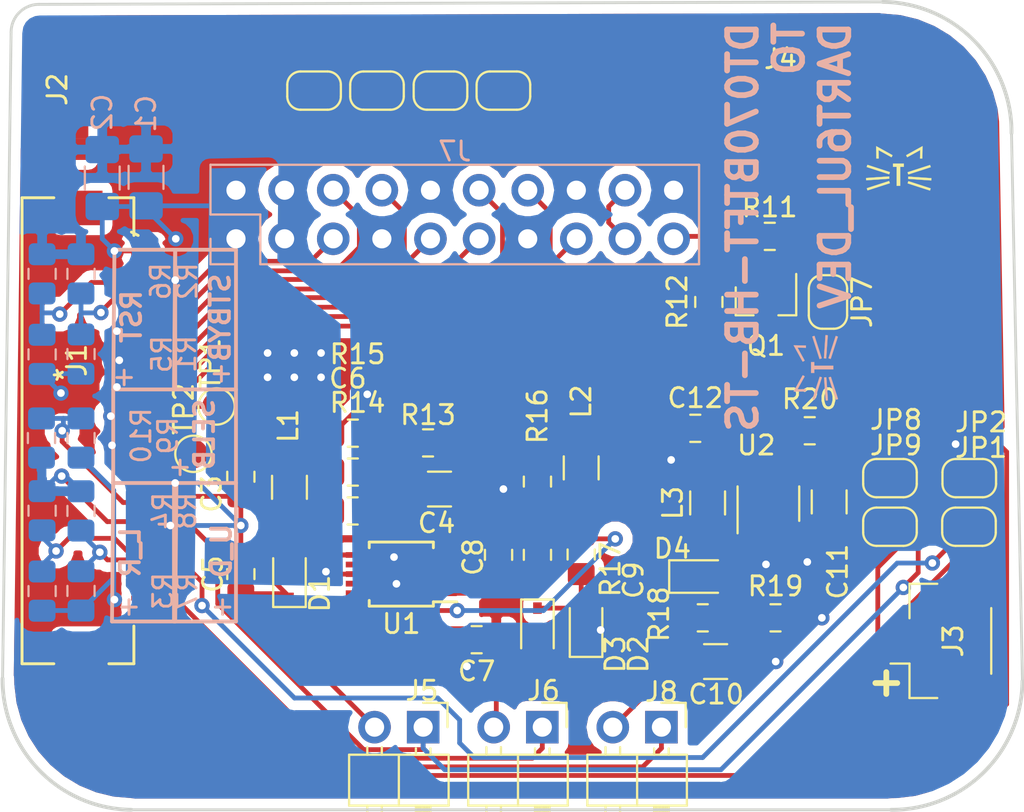
<source format=kicad_pcb>
(kicad_pcb (version 20171130) (host pcbnew "(5.1.2)-1")
  (layers (0 F.Cu signal hide) (31 B.Cu signal) (34 B.Paste user hide) (35 F.Paste user hide) (36 B.SilkS user) (37 F.SilkS user) (38 B.Mask user hide) (39 F.Mask user hide) (44 Edge.Cuts user))
  (net 0 "")
  (net 1 GND)
  (net 2 /3V3DC)
  (net 3 "Net-(C4-Pad1)")
  (net 4 "Net-(C5-Pad2)")
  (net 5 "Net-(C6-Pad2)")
  (net 6 "Net-(C7-Pad1)")
  (net 7 "Net-(C8-Pad2)")
  (net 8 "Net-(C9-Pad1)")
  (net 9 "Net-(C9-Pad2)")
  (net 10 "Net-(C10-Pad1)")
  (net 11 "Net-(C11-Pad1)")
  (net 12 "Net-(D1-Pad2)")
  (net 13 "Net-(D4-Pad2)")
  (net 14 /V_BL_SW)
  (net 15 /18VDC)
  (net 16 /-6VDC)
  (net 17 /U-D)
  (net 18 /L-R)
  (net 19 "Net-(J1-Pad31)")
  (net 20 /9.6VDC)
  (net 21 /SELB)
  (net 22 "Net-(J1-Pad21)")
  (net 23 "Net-(J1-Pad20)")
  (net 24 /RXCLKIN+)
  (net 25 /RXCLKIN-)
  (net 26 /RXIN2+)
  (net 27 /RXIN2-)
  (net 28 /RXIN1+)
  (net 29 /RXIN1-)
  (net 30 /RXIN0+)
  (net 31 /RXIN0-)
  (net 32 /STBYB)
  (net 33 /RST)
  (net 34 "Net-(J2-Pad4)")
  (net 35 "Net-(J2-Pad3)")
  (net 36 "Net-(J2-Pad2)")
  (net 37 "Net-(J2-Pad1)")
  (net 38 /LED+)
  (net 39 /LED-)
  (net 40 "Net-(J4-Pad1)")
  (net 41 "Net-(J4-Pad2)")
  (net 42 "Net-(J4-Pad3)")
  (net 43 "Net-(J4-Pad4)")
  (net 44 /5VDC)
  (net 45 /BLIGHT_CTRL)
  (net 46 /V_BL)
  (net 47 "Net-(Q1-Pad2)")
  (net 48 "Net-(R18-Pad2)")
  (module "PoESpeak:LOGO (2)" (layer B.Cu) (at 148.5265 84.074 270)
    (fp_text reference G*** hide)
    (fp_text value LOGO hide)
  )
  (module Capacitor_SMD:C_1206_3216Metric_Pad1.42x1.75mm_HandSolder (layer B.Cu) (at 113.538 74.1315 90)
    (fp_text reference C1 (at 3.329 0 90) (layer B.SilkS) (effects (justify mirror)))
    (fp_text value C)
    (pad 2 smd roundrect (at 1.4875 0 90) (size 1.425 1.75) (layers B.Cu B.Paste B.Mask) (roundrect_rratio 0.175439) (net 1 GND))
    (pad 1 smd roundrect (at -1.4875 0 90) (size 1.425 1.75) (layers B.Cu B.Paste B.Mask) (roundrect_rratio 0.175439) (net 2 /3V3DC))
  )
  (module Capacitor_SMD:C_1206_3216Metric_Pad1.42x1.75mm_HandSolder (layer B.Cu) (at 111.252 74.168 90)
    (fp_text reference C2 (at 3.429 0 90) (layer B.SilkS) (effects (justify mirror)))
    (fp_text value C)
    (pad 1 smd roundrect (at -1.4875 0 90) (size 1.425 1.75) (layers B.Cu B.Paste B.Mask) (roundrect_rratio 0.175439) (net 2 /3V3DC))
    (pad 2 smd roundrect (at 1.4875 0 90) (size 1.425 1.75) (layers B.Cu B.Paste B.Mask) (roundrect_rratio 0.175439) (net 1 GND))
  )
  (module Capacitor_SMD:C_0805_2012Metric_Pad1.15x1.40mm_HandSolder (layer F.Cu) (at 118.491 89.78 270)
    (fp_text reference C3 (at 0.898 1.524 270) (layer F.SilkS))
    (fp_text value 4.7uF)
    (pad 1 smd roundrect (at -1.025 0 270) (size 1.15 1.4) (layers F.Cu F.Paste F.Mask) (roundrect_rratio 0.217391) (net 2 /3V3DC))
    (pad 2 smd roundrect (at 1.025 0 270) (size 1.15 1.4) (layers F.Cu F.Paste F.Mask) (roundrect_rratio 0.217391) (net 1 GND))
  )
  (module Capacitor_SMD:C_1206_3216Metric_Pad1.42x1.75mm_HandSolder (layer F.Cu) (at 128.8685 90.424)
    (fp_text reference C4 (at -0.154 1.778) (layer F.SilkS))
    (fp_text value 10uF)
    (pad 2 smd roundrect (at 1.4875 0) (size 1.425 1.75) (layers F.Cu F.Paste F.Mask) (roundrect_rratio 0.175439) (net 1 GND))
    (pad 1 smd roundrect (at -1.4875 0) (size 1.425 1.75) (layers F.Cu F.Paste F.Mask) (roundrect_rratio 0.175439) (net 3 "Net-(C4-Pad1)"))
  )
  (module Capacitor_SMD:C_0805_2012Metric_Pad1.15x1.40mm_HandSolder (layer F.Cu) (at 118.491 94.869 270)
    (fp_text reference C5 (at 0 1.4605 270) (layer F.SilkS))
    (fp_text value C)
    (pad 1 smd roundrect (at -1.025 0 270) (size 1.15 1.4) (layers F.Cu F.Paste F.Mask) (roundrect_rratio 0.217391) (net 1 GND))
    (pad 2 smd roundrect (at 1.025 0 270) (size 1.15 1.4) (layers F.Cu F.Paste F.Mask) (roundrect_rratio 0.217391) (net 4 "Net-(C5-Pad2)"))
  )
  (module Capacitor_SMD:C_0805_2012Metric_Pad1.15x1.40mm_HandSolder (layer F.Cu) (at 124.342 89.535)
    (fp_text reference C6 (at -0.263 -4.8895) (layer F.SilkS))
    (fp_text value C)
    (pad 1 smd roundrect (at -1.025 0) (size 1.15 1.4) (layers F.Cu F.Paste F.Mask) (roundrect_rratio 0.217391) (net 4 "Net-(C5-Pad2)"))
    (pad 2 smd roundrect (at 1.025 0) (size 1.15 1.4) (layers F.Cu F.Paste F.Mask) (roundrect_rratio 0.217391) (net 5 "Net-(C6-Pad2)"))
  )
  (module Capacitor_SMD:C_0805_2012Metric_Pad1.15x1.40mm_HandSolder (layer F.Cu) (at 130.81 98.298 180)
    (fp_text reference C7 (at 0 -1.65 180) (layer F.SilkS))
    (fp_text value C)
    (pad 2 smd roundrect (at 1.025 0 180) (size 1.15 1.4) (layers F.Cu F.Paste F.Mask) (roundrect_rratio 0.217391) (net 1 GND))
    (pad 1 smd roundrect (at -1.025 0 180) (size 1.15 1.4) (layers F.Cu F.Paste F.Mask) (roundrect_rratio 0.217391) (net 6 "Net-(C7-Pad1)"))
  )
  (module Capacitor_SMD:C_0805_2012Metric_Pad1.15x1.40mm_HandSolder (layer F.Cu) (at 131.953 93.862 90)
    (fp_text reference C8 (at -0.118 -1.3335 90) (layer F.SilkS))
    (fp_text value C)
    (pad 2 smd roundrect (at 1.025 0 90) (size 1.15 1.4) (layers F.Cu F.Paste F.Mask) (roundrect_rratio 0.217391) (net 7 "Net-(C8-Pad2)"))
    (pad 1 smd roundrect (at -1.025 0 90) (size 1.15 1.4) (layers F.Cu F.Paste F.Mask) (roundrect_rratio 0.217391) (net 6 "Net-(C7-Pad1)"))
  )
  (module Capacitor_SMD:C_0805_2012Metric_Pad1.15x1.40mm_HandSolder (layer F.Cu) (at 136.271 93.844 90)
    (fp_text reference C9 (at -1.3425 2.7305 90) (layer F.SilkS))
    (fp_text value 0.1uF)
    (pad 1 smd roundrect (at -1.025 0 90) (size 1.15 1.4) (layers F.Cu F.Paste F.Mask) (roundrect_rratio 0.217391) (net 8 "Net-(C9-Pad1)"))
    (pad 2 smd roundrect (at 1.025 0 90) (size 1.15 1.4) (layers F.Cu F.Paste F.Mask) (roundrect_rratio 0.217391) (net 9 "Net-(C9-Pad2)"))
  )
  (module Capacitor_SMD:C_1206_3216Metric_Pad1.42x1.75mm_HandSolder (layer F.Cu) (at 143.2925 99.441)
    (fp_text reference C10 (at 0.027 1.7145) (layer F.SilkS))
    (fp_text value C)
    (pad 1 smd roundrect (at -1.4875 0) (size 1.425 1.75) (layers F.Cu F.Paste F.Mask) (roundrect_rratio 0.175439) (net 10 "Net-(C10-Pad1)"))
    (pad 2 smd roundrect (at 1.4875 0) (size 1.425 1.75) (layers F.Cu F.Paste F.Mask) (roundrect_rratio 0.175439) (net 1 GND))
  )
  (module Capacitor_SMD:C_1206_3216Metric_Pad1.42x1.75mm_HandSolder (layer F.Cu) (at 149.225 91.0955 270)
    (fp_text reference C11 (at 3.6465 -0.4445 90) (layer F.SilkS))
    (fp_text value 10uF)
    (pad 1 smd roundrect (at -1.4875 0 270) (size 1.425 1.75) (layers F.Cu F.Paste F.Mask) (roundrect_rratio 0.175439) (net 11 "Net-(C11-Pad1)"))
    (pad 2 smd roundrect (at 1.4875 0 270) (size 1.425 1.75) (layers F.Cu F.Paste F.Mask) (roundrect_rratio 0.175439) (net 1 GND))
  )
  (module Capacitor_SMD:C_0805_2012Metric_Pad1.15x1.40mm_HandSolder (layer F.Cu) (at 142.231 87.249 180)
    (fp_text reference C12 (at 0 1.5875 180) (layer F.SilkS))
    (fp_text value C)
    (pad 2 smd roundrect (at 1.025 0 180) (size 1.15 1.4) (layers F.Cu F.Paste F.Mask) (roundrect_rratio 0.217391) (net 1 GND))
    (pad 1 smd roundrect (at -1.025 0 180) (size 1.15 1.4) (layers F.Cu F.Paste F.Mask) (roundrect_rratio 0.217391) (net 2 /3V3DC))
  )
  (module Diode_SMD:D_SOD-323 (layer F.Cu) (at 121.031 95.089 90)
    (fp_text reference D1 (at -0.796 1.5875 90) (layer F.SilkS))
    (fp_text value D_Schottky)
    (pad 1 smd rect (at -1.05 0 90) (size 0.6 0.45) (layers F.Cu F.Paste F.Mask) (net 4 "Net-(C5-Pad2)"))
    (pad 2 smd rect (at 1.05 0 90) (size 0.6 0.45) (layers F.Cu F.Paste F.Mask) (net 12 "Net-(D1-Pad2)"))
  )
  (module Diode_SMD:D_SOD-323 (layer F.Cu) (at 136.525 97.697 90)
    (fp_text reference D2 (at -1.363 2.7305 90) (layer F.SilkS))
    (fp_text value D_Schottky)
    (pad 1 smd rect (at -1.05 0 90) (size 0.6 0.45) (layers F.Cu F.Paste F.Mask) (net 1 GND))
    (pad 2 smd rect (at 1.05 0 90) (size 0.6 0.45) (layers F.Cu F.Paste F.Mask) (net 8 "Net-(C9-Pad1)"))
  )
  (module Diode_SMD:D_SOD-323 (layer F.Cu) (at 133.985 97.697 270)
    (fp_text reference D3 (at 1.363 -4.064 270) (layer F.SilkS))
    (fp_text value D_Schottky)
    (pad 2 smd rect (at 1.05 0 270) (size 0.6 0.45) (layers F.Cu F.Paste F.Mask) (net 6 "Net-(C7-Pad1)"))
    (pad 1 smd rect (at -1.05 0 270) (size 0.6 0.45) (layers F.Cu F.Paste F.Mask) (net 8 "Net-(C9-Pad1)"))
  )
  (module Diode_SMD:D_SOD-323 (layer F.Cu) (at 142.367 94.996)
    (fp_text reference D4 (at -1.3335 -1.4605) (layer F.SilkS))
    (fp_text value D_Schottky)
    (pad 2 smd rect (at 1.05 0) (size 0.6 0.45) (layers F.Cu F.Paste F.Mask) (net 13 "Net-(D4-Pad2)"))
    (pad 1 smd rect (at -1.05 0) (size 0.6 0.45) (layers F.Cu F.Paste F.Mask) (net 10 "Net-(C10-Pad1)"))
  )
  (module "My Library:FH12S-40S-0.5SH55" (layer F.Cu) (at 116.84 87.376 90)
    (fp_text reference J1 (at 3.683 -6.9215 90) (layer F.SilkS))
    (fp_text value Conn_01x40_Male hide)
    (fp_text user * (at 2.921 -7.5565 90) (layer F.SilkS))
    (pad 42 smd rect (at 11.6459 -6.6802 90) (size 1.8034 2.2098) (layers F.Cu F.Paste F.Mask))
    (pad 41 smd rect (at -11.6459 -6.6802 90) (size 1.8034 2.2098) (layers F.Cu F.Paste F.Mask))
    (pad 40 smd rect (at -9.749998 -3.429 180) (size 1.2954 0.254) (layers F.Cu F.Paste F.Mask) (net 14 /V_BL_SW))
    (pad 39 smd rect (at -9.249999 -3.429 180) (size 1.2954 0.254) (layers F.Cu F.Paste F.Mask) (net 14 /V_BL_SW))
    (pad 38 smd rect (at -8.75 -3.429 180) (size 1.2954 0.254) (layers F.Cu F.Paste F.Mask) (net 15 /18VDC))
    (pad 37 smd rect (at -8.249999 -3.429 180) (size 1.2954 0.254) (layers F.Cu F.Paste F.Mask))
    (pad 36 smd rect (at -7.75 -3.429 180) (size 1.2954 0.254) (layers F.Cu F.Paste F.Mask))
    (pad 35 smd rect (at -7.249998 -3.429 180) (size 1.2954 0.254) (layers F.Cu F.Paste F.Mask) (net 16 /-6VDC))
    (pad 34 smd rect (at -6.749999 -3.429 180) (size 1.2954 0.254) (layers F.Cu F.Paste F.Mask) (net 17 /U-D))
    (pad 33 smd rect (at -6.25 -3.429 180) (size 1.2954 0.254) (layers F.Cu F.Paste F.Mask) (net 18 /L-R))
    (pad 32 smd rect (at -5.749999 -3.429 180) (size 1.2954 0.254) (layers F.Cu F.Paste F.Mask) (net 19 "Net-(J1-Pad31)"))
    (pad 31 smd rect (at -5.25 -3.429 180) (size 1.2954 0.254) (layers F.Cu F.Paste F.Mask) (net 19 "Net-(J1-Pad31)"))
    (pad 30 smd rect (at -4.749998 -3.429 180) (size 1.2954 0.254) (layers F.Cu F.Paste F.Mask) (net 1 GND))
    (pad 29 smd rect (at -4.249999 -3.429 180) (size 1.2954 0.254) (layers F.Cu F.Paste F.Mask) (net 20 /9.6VDC))
    (pad 28 smd rect (at -3.75 -3.429 180) (size 1.2954 0.254) (layers F.Cu F.Paste F.Mask) (net 21 /SELB))
    (pad 27 smd rect (at -3.249999 -3.429 180) (size 1.2954 0.254) (layers F.Cu F.Paste F.Mask))
    (pad 26 smd rect (at -2.75 -3.429 180) (size 1.2954 0.254) (layers F.Cu F.Paste F.Mask))
    (pad 25 smd rect (at -2.249998 -3.429 180) (size 1.2954 0.254) (layers F.Cu F.Paste F.Mask) (net 1 GND))
    (pad 24 smd rect (at -1.749999 -3.429 180) (size 1.2954 0.254) (layers F.Cu F.Paste F.Mask))
    (pad 23 smd rect (at -1.25 -3.429 180) (size 1.2954 0.254) (layers F.Cu F.Paste F.Mask))
    (pad 22 smd rect (at -0.749998 -3.429 180) (size 1.2954 0.254) (layers F.Cu F.Paste F.Mask) (net 1 GND))
    (pad 21 smd rect (at -0.25 -3.429 180) (size 1.2954 0.254) (layers F.Cu F.Paste F.Mask) (net 22 "Net-(J1-Pad21)"))
    (pad 20 smd rect (at 0.250002 -3.429 180) (size 1.2954 0.254) (layers F.Cu F.Paste F.Mask) (net 23 "Net-(J1-Pad20)"))
    (pad 19 smd rect (at 0.750001 -3.429 180) (size 1.2954 0.254) (layers F.Cu F.Paste F.Mask) (net 1 GND))
    (pad 18 smd rect (at 1.25 -3.429 180) (size 1.2954 0.254) (layers F.Cu F.Paste F.Mask) (net 24 /RXCLKIN+))
    (pad 17 smd rect (at 1.750002 -3.429 180) (size 1.2954 0.254) (layers F.Cu F.Paste F.Mask) (net 25 /RXCLKIN-))
    (pad 16 smd rect (at 2.250001 -3.429 180) (size 1.2954 0.254) (layers F.Cu F.Paste F.Mask) (net 1 GND))
    (pad 15 smd rect (at 2.750002 -3.429 180) (size 1.2954 0.254) (layers F.Cu F.Paste F.Mask) (net 26 /RXIN2+))
    (pad 14 smd rect (at 3.250001 -3.429 180) (size 1.2954 0.254) (layers F.Cu F.Paste F.Mask) (net 27 /RXIN2-))
    (pad 13 smd rect (at 3.75 -3.429 180) (size 1.2954 0.254) (layers F.Cu F.Paste F.Mask) (net 1 GND))
    (pad 12 smd rect (at 4.250002 -3.429 180) (size 1.2954 0.254) (layers F.Cu F.Paste F.Mask) (net 28 /RXIN1+))
    (pad 11 smd rect (at 4.750001 -3.429 180) (size 1.2954 0.254) (layers F.Cu F.Paste F.Mask) (net 29 /RXIN1-))
    (pad 10 smd rect (at 5.250002 -3.429 180) (size 1.2954 0.254) (layers F.Cu F.Paste F.Mask) (net 1 GND))
    (pad 9 smd rect (at 5.750001 -3.429 180) (size 1.2954 0.254) (layers F.Cu F.Paste F.Mask) (net 30 /RXIN0+))
    (pad 8 smd rect (at 6.25 -3.429 180) (size 1.2954 0.254) (layers F.Cu F.Paste F.Mask) (net 31 /RXIN0-))
    (pad 7 smd rect (at 6.750002 -3.429 180) (size 1.2954 0.254) (layers F.Cu F.Paste F.Mask) (net 1 GND))
    (pad 6 smd rect (at 7.250001 -3.429 180) (size 1.2954 0.254) (layers F.Cu F.Paste F.Mask) (net 32 /STBYB))
    (pad 5 smd rect (at 7.75 -3.429 180) (size 1.2954 0.254) (layers F.Cu F.Paste F.Mask) (net 33 /RST))
    (pad 4 smd rect (at 8.250001 -3.429 180) (size 1.2954 0.254) (layers F.Cu F.Paste F.Mask))
    (pad 3 smd rect (at 8.75 -3.429 180) (size 1.2954 0.254) (layers F.Cu F.Paste F.Mask) (net 2 /3V3DC))
    (pad 2 smd rect (at 9.250002 -3.429 180) (size 1.2954 0.254) (layers F.Cu F.Paste F.Mask) (net 2 /3V3DC))
    (pad 1 smd rect (at 9.750001 -3.429 180) (size 1.2954 0.254) (layers F.Cu F.Paste F.Mask) (net 2 /3V3DC))
  )
  (module "My Library:686104183422" (layer F.Cu) (at 110.998 69.469 270)
    (fp_text reference J2 (at 0.0635 2.0955 270) (layer F.SilkS))
    (fp_text value Conn_01x04)
    (pad 6 smd rect (at -2 2 270) (size 1.3 3.05) (layers F.Cu F.Paste F.Mask))
    (pad 6 smd rect (at -3.2004 1.5748 270) (size 1.1 2.2) (layers F.Cu F.Paste F.Mask))
    (pad 5 smd rect (at 3.2004 1.5748 270) (size 1.1 2.2) (layers F.Cu F.Paste F.Mask))
    (pad 5 smd rect (at 2 2 270) (size 1.3 3.05) (layers F.Cu F.Paste F.Mask))
    (pad 4 smd rect (at -0.75 0 270) (size 0.3 0.8) (layers F.Cu F.Paste F.Mask) (net 34 "Net-(J2-Pad4)"))
    (pad 3 smd rect (at -0.25 0 270) (size 0.3 0.8) (layers F.Cu F.Paste F.Mask) (net 35 "Net-(J2-Pad3)"))
    (pad 2 smd rect (at 0.25 0 270) (size 0.3 0.8) (layers F.Cu F.Paste F.Mask) (net 36 "Net-(J2-Pad2)"))
    (pad 1 smd rect (at 0.75 0 270) (size 0.3 0.8) (layers F.Cu F.Paste F.Mask) (net 37 "Net-(J2-Pad1)"))
  )
  (module Connector_JST:JST_GH_SM02B-GHS-TB_1x02-1MP_P1.25mm_Horizontal (layer F.Cu) (at 155.1305 98.3615 90)
    (fp_text reference J3 (at 0 0.5715 90) (layer F.SilkS))
    (fp_text value Barrel_Jack)
    (pad 1 smd rect (at -0.625 -1.85 90) (size 0.6 1.7) (layers F.Cu F.Paste F.Mask) (net 38 /LED+))
    (pad 2 smd rect (at 0.625 -1.85 90) (size 0.6 1.7) (layers F.Cu F.Paste F.Mask) (net 39 /LED-))
    (pad MP smd rect (at -2.475 1.35 90) (size 1 2.7) (layers F.Cu F.Paste F.Mask))
    (pad MP smd rect (at 2.475 1.35 90) (size 1 2.7) (layers F.Cu F.Paste F.Mask))
  )
  (module "My Library:686104183422" (layer F.Cu) (at 146.7445 70.0405 180)
    (fp_text reference J4 (at 0.0595 2.0955 180) (layer F.SilkS))
    (fp_text value Conn_01x04)
    (pad 6 smd rect (at -2 2 180) (size 1.3 3.05) (layers F.Cu F.Paste F.Mask))
    (pad 6 smd rect (at -3.2004 1.5748 180) (size 1.1 2.2) (layers F.Cu F.Paste F.Mask))
    (pad 5 smd rect (at 3.2004 1.5748 180) (size 1.1 2.2) (layers F.Cu F.Paste F.Mask))
    (pad 5 smd rect (at 2 2 180) (size 1.3 3.05) (layers F.Cu F.Paste F.Mask))
    (pad 4 smd rect (at -0.75 0 180) (size 0.3 0.8) (layers F.Cu F.Paste F.Mask) (net 43 "Net-(J4-Pad4)"))
    (pad 3 smd rect (at -0.25 0 180) (size 0.3 0.8) (layers F.Cu F.Paste F.Mask) (net 42 "Net-(J4-Pad3)"))
    (pad 2 smd rect (at 0.25 0 180) (size 0.3 0.8) (layers F.Cu F.Paste F.Mask) (net 41 "Net-(J4-Pad2)"))
    (pad 1 smd rect (at 0.75 0 180) (size 0.3 0.8) (layers F.Cu F.Paste F.Mask) (net 40 "Net-(J4-Pad1)"))
  )
  (module Connector_PinHeader_2.54mm:PinHeader_1x02_P2.54mm_Horizontal (layer F.Cu) (at 128.016 102.87 270)
    (fp_text reference J5 (at -1.905 0.0635) (layer F.SilkS))
    (fp_text value Conn_01x02_Male)
    (pad 1 thru_hole rect (at 0 0 270) (size 1.7 1.7) (drill 1) (layers *.Cu *.Mask) (net 20 /9.6VDC))
    (pad 2 thru_hole oval (at 0 2.54 270) (size 1.7 1.7) (drill 1) (layers *.Cu *.Mask) (net 4 "Net-(C5-Pad2)"))
  )
  (module Connector_PinHeader_2.54mm:PinHeader_1x02_P2.54mm_Horizontal (layer F.Cu) (at 134.239 102.87 270)
    (fp_text reference J6 (at -1.905 -0.0635) (layer F.SilkS))
    (fp_text value Conn_01x02_Male)
    (pad 2 thru_hole oval (at 0 2.54 270) (size 1.7 1.7) (drill 1) (layers *.Cu *.Mask) (net 6 "Net-(C7-Pad1)"))
    (pad 1 thru_hole rect (at 0 0 270) (size 1.7 1.7) (drill 1) (layers *.Cu *.Mask) (net 16 /-6VDC))
  )
  (module Connector_PinSocket_2.54mm:PinSocket_2x10_P2.54mm_Vertical (layer B.Cu) (at 118.237 77.343 270)
    (fp_text reference J7 (at -4.572 -11.43) (layer B.SilkS) (effects (justify mirror)))
    (fp_text value Conn_02x10_Odd_Even)
    (pad 1 thru_hole rect (at 0 0 270) (size 1.7 1.7) (drill 1) (layers *.Cu *.Mask) (net 2 /3V3DC))
    (pad 2 thru_hole oval (at -2.54 0 270) (size 1.7 1.7) (drill 1) (layers *.Cu *.Mask) (net 2 /3V3DC))
    (pad 3 thru_hole oval (at 0 -2.54 270) (size 1.7 1.7) (drill 1) (layers *.Cu *.Mask) (net 1 GND))
    (pad 4 thru_hole oval (at -2.54 -2.54 270) (size 1.7 1.7) (drill 1) (layers *.Cu *.Mask) (net 1 GND))
    (pad 5 thru_hole oval (at 0 -5.08 270) (size 1.7 1.7) (drill 1) (layers *.Cu *.Mask) (net 31 /RXIN0-))
    (pad 6 thru_hole oval (at -2.54 -5.08 270) (size 1.7 1.7) (drill 1) (layers *.Cu *.Mask) (net 30 /RXIN0+))
    (pad 7 thru_hole oval (at 0 -7.62 270) (size 1.7 1.7) (drill 1) (layers *.Cu *.Mask) (net 1 GND))
    (pad 8 thru_hole oval (at -2.54 -7.62 270) (size 1.7 1.7) (drill 1) (layers *.Cu *.Mask) (net 29 /RXIN1-))
    (pad 9 thru_hole oval (at 0 -10.16 270) (size 1.7 1.7) (drill 1) (layers *.Cu *.Mask) (net 28 /RXIN1+))
    (pad 10 thru_hole oval (at -2.54 -10.16 270) (size 1.7 1.7) (drill 1) (layers *.Cu *.Mask) (net 1 GND))
    (pad 11 thru_hole oval (at 0 -12.7 270) (size 1.7 1.7) (drill 1) (layers *.Cu *.Mask) (net 27 /RXIN2-))
    (pad 12 thru_hole oval (at -2.54 -12.7 270) (size 1.7 1.7) (drill 1) (layers *.Cu *.Mask) (net 26 /RXIN2+))
    (pad 13 thru_hole oval (at 0 -15.24 270) (size 1.7 1.7) (drill 1) (layers *.Cu *.Mask) (net 1 GND))
    (pad 14 thru_hole oval (at -2.54 -15.24 270) (size 1.7 1.7) (drill 1) (layers *.Cu *.Mask) (net 25 /RXCLKIN-))
    (pad 15 thru_hole oval (at 0 -17.78 270) (size 1.7 1.7) (drill 1) (layers *.Cu *.Mask) (net 24 /RXCLKIN+))
    (pad 16 thru_hole oval (at -2.54 -17.78 270) (size 1.7 1.7) (drill 1) (layers *.Cu *.Mask) (net 1 GND))
    (pad 17 thru_hole oval (at 0 -20.32 270) (size 1.7 1.7) (drill 1) (layers *.Cu *.Mask) (net 44 /5VDC))
    (pad 18 thru_hole oval (at -2.54 -20.32 270) (size 1.7 1.7) (drill 1) (layers *.Cu *.Mask) (net 44 /5VDC))
    (pad 19 thru_hole oval (at 0 -22.86 270) (size 1.7 1.7) (drill 1) (layers *.Cu *.Mask) (net 45 /BLIGHT_CTRL))
    (pad 20 thru_hole oval (at -2.54 -22.86 270) (size 1.7 1.7) (drill 1) (layers *.Cu *.Mask) (net 1 GND))
  )
  (module Connector_PinHeader_2.54mm:PinHeader_1x02_P2.54mm_Horizontal (layer F.Cu) (at 140.462 102.87 270)
    (fp_text reference J8 (at -1.8415 0) (layer F.SilkS))
    (fp_text value Conn_01x02_Male)
    (pad 1 thru_hole rect (at 0 0 270) (size 1.7 1.7) (drill 1) (layers *.Cu *.Mask) (net 15 /18VDC))
    (pad 2 thru_hole oval (at 0 2.54 270) (size 1.7 1.7) (drill 1) (layers *.Cu *.Mask) (net 10 "Net-(C10-Pad1)"))
  )
  (module Jumper:SolderJumper-2_P1.3mm_Open_RoundedPad1.0x1.5mm (layer F.Cu) (at 156.5275 92.3925)
    (fp_text reference JP1 (at 0.635 -4.1275) (layer F.SilkS))
    (fp_text value SolderJumper_2_Open)
    (pad 1 smd custom (at -0.65 0) (size 1 0.5) (layers F.Cu F.Mask) (net 19 "Net-(J1-Pad31)") (options (clearance outline) (anchor rect)) (primitives (gr_circle (center 0 0.25) (end 0.5 0.25) (width 0)) (gr_circle (center 0 -0.25) (end 0.5 -0.25) (width 0)) (gr_poly (pts (xy 0 -0.75) (xy 0.5 -0.75) (xy 0.5 0.75) (xy 0 0.75)) (width 0))))
    (pad 2 smd custom (at 0.65 0) (size 1 0.5) (layers F.Cu F.Mask) (net 39 /LED-) (options (clearance outline) (anchor rect)) (primitives (gr_circle (center 0 0.25) (end 0.5 0.25) (width 0)) (gr_circle (center 0 -0.25) (end 0.5 -0.25) (width 0)) (gr_poly (pts (xy 0 -0.75) (xy -0.5 -0.75) (xy -0.5 0.75) (xy 0 0.75)) (width 0))))
  )
  (module Jumper:SolderJumper-2_P1.3mm_Open_RoundedPad1.0x1.5mm (layer F.Cu) (at 132.207 69.596 180)
    (fp_text reference JP3 hide)
    (fp_text value SolderJumper_2_Open)
    (pad 2 smd custom (at 0.65 0 180) (size 1 0.5) (layers F.Cu F.Mask) (net 34 "Net-(J2-Pad4)") (options (clearance outline) (anchor rect)) (primitives (gr_circle (center 0 0.25) (end 0.5 0.25) (width 0)) (gr_circle (center 0 -0.25) (end 0.5 -0.25) (width 0)) (gr_poly (pts (xy 0 -0.75) (xy -0.5 -0.75) (xy -0.5 0.75) (xy 0 0.75)) (width 0))))
    (pad 1 smd custom (at -0.65 0 180) (size 1 0.5) (layers F.Cu F.Mask) (net 40 "Net-(J4-Pad1)") (options (clearance outline) (anchor rect)) (primitives (gr_circle (center 0 0.25) (end 0.5 0.25) (width 0)) (gr_circle (center 0 -0.25) (end 0.5 -0.25) (width 0)) (gr_poly (pts (xy 0 -0.75) (xy 0.5 -0.75) (xy 0.5 0.75) (xy 0 0.75)) (width 0))))
  )
  (module Jumper:SolderJumper-2_P1.3mm_Open_RoundedPad1.0x1.5mm (layer F.Cu) (at 125.603 69.596 180)
    (fp_text reference JP4 hide)
    (fp_text value SolderJumper_2_Open)
    (pad 1 smd custom (at -0.65 0 180) (size 1 0.5) (layers F.Cu F.Mask) (net 42 "Net-(J4-Pad3)") (options (clearance outline) (anchor rect)) (primitives (gr_circle (center 0 0.25) (end 0.5 0.25) (width 0)) (gr_circle (center 0 -0.25) (end 0.5 -0.25) (width 0)) (gr_poly (pts (xy 0 -0.75) (xy 0.5 -0.75) (xy 0.5 0.75) (xy 0 0.75)) (width 0))))
    (pad 2 smd custom (at 0.65 0 180) (size 1 0.5) (layers F.Cu F.Mask) (net 36 "Net-(J2-Pad2)") (options (clearance outline) (anchor rect)) (primitives (gr_circle (center 0 0.25) (end 0.5 0.25) (width 0)) (gr_circle (center 0 -0.25) (end 0.5 -0.25) (width 0)) (gr_poly (pts (xy 0 -0.75) (xy -0.5 -0.75) (xy -0.5 0.75) (xy 0 0.75)) (width 0))))
  )
  (module Jumper:SolderJumper-2_P1.3mm_Open_RoundedPad1.0x1.5mm (layer F.Cu) (at 128.92 69.596 180)
    (fp_text reference JP5 hide)
    (fp_text value SolderJumper_2_Open)
    (pad 2 smd custom (at 0.65 0 180) (size 1 0.5) (layers F.Cu F.Mask) (net 35 "Net-(J2-Pad3)") (options (clearance outline) (anchor rect)) (primitives (gr_circle (center 0 0.25) (end 0.5 0.25) (width 0)) (gr_circle (center 0 -0.25) (end 0.5 -0.25) (width 0)) (gr_poly (pts (xy 0 -0.75) (xy -0.5 -0.75) (xy -0.5 0.75) (xy 0 0.75)) (width 0))))
    (pad 1 smd custom (at -0.65 0 180) (size 1 0.5) (layers F.Cu F.Mask) (net 41 "Net-(J4-Pad2)") (options (clearance outline) (anchor rect)) (primitives (gr_circle (center 0 0.25) (end 0.5 0.25) (width 0)) (gr_circle (center 0 -0.25) (end 0.5 -0.25) (width 0)) (gr_poly (pts (xy 0 -0.75) (xy 0.5 -0.75) (xy 0.5 0.75) (xy 0 0.75)) (width 0))))
  )
  (module Jumper:SolderJumper-2_P1.3mm_Open_RoundedPad1.0x1.5mm (layer F.Cu) (at 122.316 69.596 180)
    (fp_text reference JP6 hide)
    (fp_text value SolderJumper_2_Open)
    (pad 1 smd custom (at -0.65 0 180) (size 1 0.5) (layers F.Cu F.Mask) (net 43 "Net-(J4-Pad4)") (options (clearance outline) (anchor rect)) (primitives (gr_circle (center 0 0.25) (end 0.5 0.25) (width 0)) (gr_circle (center 0 -0.25) (end 0.5 -0.25) (width 0)) (gr_poly (pts (xy 0 -0.75) (xy 0.5 -0.75) (xy 0.5 0.75) (xy 0 0.75)) (width 0))))
    (pad 2 smd custom (at 0.65 0 180) (size 1 0.5) (layers F.Cu F.Mask) (net 37 "Net-(J2-Pad1)") (options (clearance outline) (anchor rect)) (primitives (gr_circle (center 0 0.25) (end 0.5 0.25) (width 0)) (gr_circle (center 0 -0.25) (end 0.5 -0.25) (width 0)) (gr_poly (pts (xy 0 -0.75) (xy -0.5 -0.75) (xy -0.5 0.75) (xy 0 0.75)) (width 0))))
  )
  (module Jumper:SolderJumper-2_P1.3mm_Open_RoundedPad1.0x1.5mm (layer F.Cu) (at 152.4 92.3925 180)
    (fp_text reference JP9 (at -0.3175 4.2545 180) (layer F.SilkS))
    (fp_text value SolderJumper_2_Open)
    (pad 1 smd custom (at -0.65 0 180) (size 1 0.5) (layers F.Cu F.Mask) (net 38 /LED+) (options (clearance outline) (anchor rect)) (primitives (gr_circle (center 0 0.25) (end 0.5 0.25) (width 0)) (gr_circle (center 0 -0.25) (end 0.5 -0.25) (width 0)) (gr_poly (pts (xy 0 -0.75) (xy 0.5 -0.75) (xy 0.5 0.75) (xy 0 0.75)) (width 0))))
    (pad 2 smd custom (at 0.65 0 180) (size 1 0.5) (layers F.Cu F.Mask) (net 46 /V_BL) (options (clearance outline) (anchor rect)) (primitives (gr_circle (center 0 0.25) (end 0.5 0.25) (width 0)) (gr_circle (center 0 -0.25) (end 0.5 -0.25) (width 0)) (gr_poly (pts (xy 0 -0.75) (xy -0.5 -0.75) (xy -0.5 0.75) (xy 0 0.75)) (width 0))))
  )
  (module Inductor_SMD:L_1206_3216Metric_Pad1.42x1.75mm_HandSolder (layer F.Cu) (at 121.031 90.3335 270)
    (fp_text reference L1 (at -3.2115 0.0635 270) (layer F.SilkS))
    (fp_text value 10uH)
    (pad 1 smd roundrect (at -1.4875 0 270) (size 1.425 1.75) (layers F.Cu F.Paste F.Mask) (roundrect_rratio 0.175439) (net 2 /3V3DC))
    (pad 2 smd roundrect (at 1.4875 0 270) (size 1.425 1.75) (layers F.Cu F.Paste F.Mask) (roundrect_rratio 0.175439) (net 12 "Net-(D1-Pad2)"))
  )
  (module Inductor_SMD:L_1206_3216Metric_Pad1.42x1.75mm_HandSolder (layer F.Cu) (at 136.271 89.3175 90)
    (fp_text reference L2 (at 3.4655 0 90) (layer F.SilkS))
    (fp_text value 10uH)
    (pad 2 smd roundrect (at 1.4875 0 90) (size 1.425 1.75) (layers F.Cu F.Paste F.Mask) (roundrect_rratio 0.175439) (net 2 /3V3DC))
    (pad 1 smd roundrect (at -1.4875 0 90) (size 1.425 1.75) (layers F.Cu F.Paste F.Mask) (roundrect_rratio 0.175439) (net 9 "Net-(C9-Pad2)"))
  )
  (module Inductor_SMD:L_1206_3216Metric_Pad1.42x1.75mm_HandSolder (layer F.Cu) (at 142.875 91.1495 90)
    (fp_text reference L3 (at 0 -1.82 90) (layer F.SilkS))
    (fp_text value INDUCTOR)
    (pad 1 smd roundrect (at -1.4875 0 90) (size 1.425 1.75) (layers F.Cu F.Paste F.Mask) (roundrect_rratio 0.175439) (net 13 "Net-(D4-Pad2)"))
    (pad 2 smd roundrect (at 1.4875 0 90) (size 1.425 1.75) (layers F.Cu F.Paste F.Mask) (roundrect_rratio 0.175439) (net 2 /3V3DC))
  )
  (module Package_TO_SOT_SMD:SOT-23 (layer F.Cu) (at 145.923 80.5815 270)
    (fp_text reference Q1 (at 2.3495 0 180) (layer F.SilkS))
    (fp_text value Q_PMOS_DGS)
    (pad 1 smd rect (at -1 -0.95 270) (size 0.9 0.8) (layers F.Cu F.Paste F.Mask) (net 14 /V_BL_SW))
    (pad 2 smd rect (at -1 0.95 270) (size 0.9 0.8) (layers F.Cu F.Paste F.Mask) (net 47 "Net-(Q1-Pad2)"))
    (pad 3 smd rect (at 1 0 270) (size 0.9 0.8) (layers F.Cu F.Paste F.Mask) (net 46 /V_BL))
  )
  (module Resistor_SMD:R_0805_2012Metric_Pad1.15x1.40mm_HandSolder (layer B.Cu) (at 110.141107 83.365779 90)
    (fp_text reference R1 (at 0 5.492393 90) (layer B.SilkS) (effects (justify mirror)))
    (fp_text value R)
    (pad 2 smd roundrect (at 1.025 0 90) (size 1.15 1.4) (layers B.Cu B.Paste B.Mask) (roundrect_rratio 0.217391) (net 32 /STBYB))
    (pad 1 smd roundrect (at -1.025 0 90) (size 1.15 1.4) (layers B.Cu B.Paste B.Mask) (roundrect_rratio 0.217391) (net 2 /3V3DC))
  )
  (module Resistor_SMD:R_0805_2012Metric_Pad1.15x1.40mm_HandSolder (layer B.Cu) (at 110.141107 79.174779 90)
    (fp_text reference R2 (at -0.390721 5.555893 90) (layer B.SilkS) (effects (justify mirror)))
    (fp_text value R)
    (pad 2 smd roundrect (at 1.025 0 90) (size 1.15 1.4) (layers B.Cu B.Paste B.Mask) (roundrect_rratio 0.217391) (net 1 GND))
    (pad 1 smd roundrect (at -1.025 0 90) (size 1.15 1.4) (layers B.Cu B.Paste B.Mask) (roundrect_rratio 0.217391) (net 32 /STBYB))
  )
  (module Resistor_SMD:R_0805_2012Metric_Pad1.15x1.40mm_HandSolder (layer B.Cu) (at 108.109107 95.757279 90)
    (fp_text reference R3 (at -0.000721 6.317893 90) (layer B.SilkS) (effects (justify mirror)))
    (fp_text value R)
    (pad 2 smd roundrect (at 1.025 0 90) (size 1.15 1.4) (layers B.Cu B.Paste B.Mask) (roundrect_rratio 0.217391) (net 18 /L-R))
    (pad 1 smd roundrect (at -1.025 0 90) (size 1.15 1.4) (layers B.Cu B.Paste B.Mask) (roundrect_rratio 0.217391) (net 2 /3V3DC))
  )
  (module Resistor_SMD:R_0805_2012Metric_Pad1.15x1.40mm_HandSolder (layer B.Cu) (at 108.109107 91.557279 90)
    (fp_text reference R4 (at -0.009721 6.317893 90) (layer B.SilkS) (effects (justify mirror)))
    (fp_text value R)
    (pad 1 smd roundrect (at -1.025 0 90) (size 1.15 1.4) (layers B.Cu B.Paste B.Mask) (roundrect_rratio 0.217391) (net 18 /L-R))
    (pad 2 smd roundrect (at 1.025 0 90) (size 1.15 1.4) (layers B.Cu B.Paste B.Mask) (roundrect_rratio 0.217391) (net 1 GND))
  )
  (module Resistor_SMD:R_0805_2012Metric_Pad1.15x1.40mm_HandSolder (layer B.Cu) (at 108.109107 83.383779 90)
    (fp_text reference R5 (at 0.008279 6.254393 90) (layer B.SilkS) (effects (justify mirror)))
    (fp_text value R)
    (pad 1 smd roundrect (at -1.025 0 90) (size 1.15 1.4) (layers B.Cu B.Paste B.Mask) (roundrect_rratio 0.217391) (net 2 /3V3DC))
    (pad 2 smd roundrect (at 1.025 0 90) (size 1.15 1.4) (layers B.Cu B.Paste B.Mask) (roundrect_rratio 0.217391) (net 33 /RST))
  )
  (module Resistor_SMD:R_0805_2012Metric_Pad1.15x1.40mm_HandSolder (layer B.Cu) (at 108.109107 79.174779 90)
    (fp_text reference R6 (at -0.390721 6.190893 90) (layer B.SilkS) (effects (justify mirror)))
    (fp_text value R)
    (pad 2 smd roundrect (at 1.025 0 90) (size 1.15 1.4) (layers B.Cu B.Paste B.Mask) (roundrect_rratio 0.217391) (net 1 GND))
    (pad 1 smd roundrect (at -1.025 0 90) (size 1.15 1.4) (layers B.Cu B.Paste B.Mask) (roundrect_rratio 0.217391) (net 33 /RST))
  )
  (module Resistor_SMD:R_0805_2012Metric_Pad1.15x1.40mm_HandSolder (layer B.Cu) (at 110.141107 95.748279 90)
    (fp_text reference R7 (at -0.009721 5.555893 90) (layer B.SilkS) (effects (justify mirror)))
    (fp_text value R)
    (pad 2 smd roundrect (at 1.025 0 90) (size 1.15 1.4) (layers B.Cu B.Paste B.Mask) (roundrect_rratio 0.217391) (net 17 /U-D))
    (pad 1 smd roundrect (at -1.025 0 90) (size 1.15 1.4) (layers B.Cu B.Paste B.Mask) (roundrect_rratio 0.217391) (net 2 /3V3DC))
  )
  (module Resistor_SMD:R_0805_2012Metric_Pad1.15x1.40mm_HandSolder (layer B.Cu) (at 110.141107 91.566279 90)
    (fp_text reference R8 (at -0.000721 5.492393 90) (layer B.SilkS) (effects (justify mirror)))
    (fp_text value R)
    (pad 1 smd roundrect (at -1.025 0 90) (size 1.15 1.4) (layers B.Cu B.Paste B.Mask) (roundrect_rratio 0.217391) (net 17 /U-D))
    (pad 2 smd roundrect (at 1.025 0 90) (size 1.15 1.4) (layers B.Cu B.Paste B.Mask) (roundrect_rratio 0.217391) (net 1 GND))
  )
  (module Resistor_SMD:R_0805_2012Metric_Pad1.15x1.40mm_HandSolder (layer B.Cu) (at 110.141107 87.756279 90)
    (fp_text reference R9 (at 0.126279 4.539893 90) (layer B.SilkS) (effects (justify mirror)))
    (fp_text value R)
    (pad 2 smd roundrect (at 1.025 0 90) (size 1.15 1.4) (layers B.Cu B.Paste B.Mask) (roundrect_rratio 0.217391) (net 21 /SELB))
    (pad 1 smd roundrect (at -1.025 0 90) (size 1.15 1.4) (layers B.Cu B.Paste B.Mask) (roundrect_rratio 0.217391) (net 2 /3V3DC))
  )
  (module Resistor_SMD:R_0805_2012Metric_Pad1.15x1.40mm_HandSolder (layer B.Cu) (at 108.077 87.757 270)
    (fp_text reference R10 (at -0.127 -5.207 270) (layer B.SilkS) (effects (justify mirror)))
    (fp_text value R)
    (pad 1 smd roundrect (at -1.025 0 270) (size 1.15 1.4) (layers B.Cu B.Paste B.Mask) (roundrect_rratio 0.217391) (net 21 /SELB))
    (pad 2 smd roundrect (at 1.025 0 270) (size 1.15 1.4) (layers B.Cu B.Paste B.Mask) (roundrect_rratio 0.217391) (net 1 GND))
  )
  (module Resistor_SMD:R_0805_2012Metric_Pad1.15x1.40mm_HandSolder (layer F.Cu) (at 146.1225 77.216 180)
    (fp_text reference R11 (at 0.009 1.524 180) (layer F.SilkS))
    (fp_text value R)
    (pad 1 smd roundrect (at -1.025 0 180) (size 1.15 1.4) (layers F.Cu F.Paste F.Mask) (roundrect_rratio 0.217391) (net 47 "Net-(Q1-Pad2)"))
    (pad 2 smd roundrect (at 1.025 0 180) (size 1.15 1.4) (layers F.Cu F.Paste F.Mask) (roundrect_rratio 0.217391) (net 45 /BLIGHT_CTRL))
  )
  (module Resistor_SMD:R_0805_2012Metric_Pad1.15x1.40mm_HandSolder (layer F.Cu) (at 142.9385 80.645 90)
    (fp_text reference R12 (at 0 -1.65 90) (layer F.SilkS))
    (fp_text value R)
    (pad 2 smd roundrect (at 1.025 0 90) (size 1.15 1.4) (layers F.Cu F.Paste F.Mask) (roundrect_rratio 0.217391) (net 47 "Net-(Q1-Pad2)"))
    (pad 1 smd roundrect (at -1.025 0 90) (size 1.15 1.4) (layers F.Cu F.Paste F.Mask) (roundrect_rratio 0.217391) (net 46 /V_BL))
  )
  (module Resistor_SMD:R_0805_2012Metric_Pad1.15x1.40mm_HandSolder (layer F.Cu) (at 128.27 88.011 180)
    (fp_text reference R13 (at 0 1.4605 180) (layer F.SilkS))
    (fp_text value 1k)
    (pad 1 smd roundrect (at -1.025 0 180) (size 1.15 1.4) (layers F.Cu F.Paste F.Mask) (roundrect_rratio 0.217391) (net 2 /3V3DC))
    (pad 2 smd roundrect (at 1.025 0 180) (size 1.15 1.4) (layers F.Cu F.Paste F.Mask) (roundrect_rratio 0.217391) (net 3 "Net-(C4-Pad1)"))
  )
  (module Resistor_SMD:R_0805_2012Metric_Pad1.15x1.40mm_HandSolder (layer F.Cu) (at 124.333 91.567)
    (fp_text reference R14 (at 0.254 -5.6515) (layer F.SilkS))
    (fp_text value R)
    (pad 2 smd roundrect (at 1.025 0) (size 1.15 1.4) (layers F.Cu F.Paste F.Mask) (roundrect_rratio 0.217391) (net 5 "Net-(C6-Pad2)"))
    (pad 1 smd roundrect (at -1.025 0) (size 1.15 1.4) (layers F.Cu F.Paste F.Mask) (roundrect_rratio 0.217391) (net 4 "Net-(C5-Pad2)"))
  )
  (module Resistor_SMD:R_0805_2012Metric_Pad1.15x1.40mm_HandSolder (layer F.Cu) (at 124.342 87.503)
    (fp_text reference R15 (at 0.245 -4.1275) (layer F.SilkS))
    (fp_text value R)
    (pad 1 smd roundrect (at -1.025 0) (size 1.15 1.4) (layers F.Cu F.Paste F.Mask) (roundrect_rratio 0.217391) (net 1 GND))
    (pad 2 smd roundrect (at 1.025 0) (size 1.15 1.4) (layers F.Cu F.Paste F.Mask) (roundrect_rratio 0.217391) (net 5 "Net-(C6-Pad2)"))
  )
  (module Resistor_SMD:R_0805_2012Metric_Pad1.15x1.40mm_HandSolder (layer F.Cu) (at 133.985 90.034 270)
    (fp_text reference R16 (at -3.42 0 270) (layer F.SilkS))
    (fp_text value R)
    (pad 1 smd roundrect (at -1.025 0 270) (size 1.15 1.4) (layers F.Cu F.Paste F.Mask) (roundrect_rratio 0.217391) (net 1 GND))
    (pad 2 smd roundrect (at 1.025 0 270) (size 1.15 1.4) (layers F.Cu F.Paste F.Mask) (roundrect_rratio 0.217391) (net 7 "Net-(C8-Pad2)"))
  )
  (module Resistor_SMD:R_0805_2012Metric_Pad1.15x1.40mm_HandSolder (layer F.Cu) (at 133.985 93.862 90)
    (fp_text reference R17 (at -0.753 3.81 90) (layer F.SilkS))
    (fp_text value R)
    (pad 2 smd roundrect (at 1.025 0 90) (size 1.15 1.4) (layers F.Cu F.Paste F.Mask) (roundrect_rratio 0.217391) (net 7 "Net-(C8-Pad2)"))
    (pad 1 smd roundrect (at -1.025 0 90) (size 1.15 1.4) (layers F.Cu F.Paste F.Mask) (roundrect_rratio 0.217391) (net 6 "Net-(C7-Pad1)"))
  )
  (module Resistor_SMD:R_0805_2012Metric_Pad1.15x1.40mm_HandSolder (layer F.Cu) (at 142.621 97.155)
    (fp_text reference R18 (at -2.286 -0.1905 90) (layer F.SilkS))
    (fp_text value R)
    (pad 2 smd roundrect (at 1.025 0) (size 1.15 1.4) (layers F.Cu F.Paste F.Mask) (roundrect_rratio 0.217391) (net 48 "Net-(R18-Pad2)"))
    (pad 1 smd roundrect (at -1.025 0) (size 1.15 1.4) (layers F.Cu F.Paste F.Mask) (roundrect_rratio 0.217391) (net 10 "Net-(C10-Pad1)"))
  )
  (module Resistor_SMD:R_0805_2012Metric_Pad1.15x1.40mm_HandSolder (layer F.Cu) (at 146.422 97.155)
    (fp_text reference R19 (at 0 -1.65) (layer F.SilkS))
    (fp_text value R)
    (pad 1 smd roundrect (at -1.025 0) (size 1.15 1.4) (layers F.Cu F.Paste F.Mask) (roundrect_rratio 0.217391) (net 48 "Net-(R18-Pad2)"))
    (pad 2 smd roundrect (at 1.025 0) (size 1.15 1.4) (layers F.Cu F.Paste F.Mask) (roundrect_rratio 0.217391) (net 1 GND))
  )
  (module Resistor_SMD:R_0805_2012Metric_Pad1.15x1.40mm_HandSolder (layer F.Cu) (at 148.209 87.376)
    (fp_text reference R20 (at 0 -1.65) (layer F.SilkS))
    (fp_text value 10k)
    (pad 1 smd roundrect (at -1.025 0) (size 1.15 1.4) (layers F.Cu F.Paste F.Mask) (roundrect_rratio 0.217391) (net 2 /3V3DC))
    (pad 2 smd roundrect (at 1.025 0) (size 1.15 1.4) (layers F.Cu F.Paste F.Mask) (roundrect_rratio 0.217391) (net 11 "Net-(C11-Pad1)"))
  )
  (module TestPoint:TestPoint_Pad_D1.5mm (layer F.Cu) (at 117.221 86.106)
    (fp_text reference TP1 (at -0.3175 -2.2225 90) (layer F.SilkS))
    (fp_text value TestPoint)
    (pad 1 smd circle (at 0 0) (size 1.5 1.5) (layers F.Cu F.Mask) (net 23 "Net-(J1-Pad20)"))
  )
  (module TestPoint:TestPoint_Pad_D1.5mm (layer F.Cu) (at 116.0145 88.5825)
    (fp_text reference TP2 (at -0.508 -2.3495 90) (layer F.SilkS))
    (fp_text value TestPoint)
    (pad 1 smd circle (at 0 0) (size 1.5 1.5) (layers F.Cu F.Mask) (net 22 "Net-(J1-Pad21)"))
  )
  (module Package_SO:MSOP-10_3x3mm_P0.5mm (layer F.Cu) (at 126.873 94.869 180)
    (fp_text reference U1 (at 0 -2.6 180) (layer F.SilkS))
    (fp_text value LT1945EMS-PBF)
    (pad 1 smd rect (at -2.2 -1 180) (size 1.4 0.3) (layers F.Cu F.Paste F.Mask) (net 7 "Net-(C8-Pad2)"))
    (pad 2 smd rect (at -2.2 -0.5 180) (size 1.4 0.3) (layers F.Cu F.Paste F.Mask) (net 3 "Net-(C4-Pad1)"))
    (pad 3 smd rect (at -2.2 0 180) (size 1.4 0.3) (layers F.Cu F.Paste F.Mask) (net 1 GND))
    (pad 4 smd rect (at -2.2 0.5 180) (size 1.4 0.3) (layers F.Cu F.Paste F.Mask) (net 3 "Net-(C4-Pad1)"))
    (pad 5 smd rect (at -2.2 1 180) (size 1.4 0.3) (layers F.Cu F.Paste F.Mask) (net 5 "Net-(C6-Pad2)"))
    (pad 6 smd rect (at 2.2 1 180) (size 1.4 0.3) (layers F.Cu F.Paste F.Mask) (net 12 "Net-(D1-Pad2)"))
    (pad 7 smd rect (at 2.2 0.5 180) (size 1.4 0.3) (layers F.Cu F.Paste F.Mask) (net 1 GND))
    (pad 8 smd rect (at 2.2 0 180) (size 1.4 0.3) (layers F.Cu F.Paste F.Mask) (net 2 /3V3DC))
    (pad 9 smd rect (at 2.2 -0.5 180) (size 1.4 0.3) (layers F.Cu F.Paste F.Mask) (net 1 GND))
    (pad 10 smd rect (at 2.2 -1 180) (size 1.4 0.3) (layers F.Cu F.Paste F.Mask) (net 9 "Net-(C9-Pad2)"))
  )
  (module Package_TO_SOT_SMD:SOT-23-5_HandSoldering (layer F.Cu) (at 146.05 91.186 90)
    (fp_text reference U2 (at 3.048 -0.635 180) (layer F.SilkS))
    (fp_text value MCP1663)
    (pad 1 smd rect (at -1.35 -0.95 90) (size 1.56 0.65) (layers F.Cu F.Paste F.Mask) (net 13 "Net-(D4-Pad2)"))
    (pad 2 smd rect (at -1.35 0 90) (size 1.56 0.65) (layers F.Cu F.Paste F.Mask) (net 1 GND))
    (pad 3 smd rect (at -1.35 0.95 90) (size 1.56 0.65) (layers F.Cu F.Paste F.Mask) (net 48 "Net-(R18-Pad2)"))
    (pad 4 smd rect (at 1.35 0.95 90) (size 1.56 0.65) (layers F.Cu F.Paste F.Mask) (net 11 "Net-(C11-Pad1)"))
    (pad 5 smd rect (at 1.35 -0.95 90) (size 1.56 0.65) (layers F.Cu F.Paste F.Mask) (net 2 /3V3DC))
  )
  (module Jumper:SolderJumper-2_P1.3mm_Bridged_RoundedPad1.0x1.5mm (layer F.Cu) (at 156.5425 89.8525)
    (fp_text reference JP2 (at 0.62 -2.921) (layer F.SilkS))
    (fp_text value SolderJumper_2_Bridged)
    (pad 1 smd custom (at -0.65 0) (size 1 0.5) (layers F.Cu F.Mask) (net 19 "Net-(J1-Pad31)") (options (clearance outline) (anchor rect)) (primitives (gr_circle (center 0 0.25) (end 0.5 0.25) (width 0)) (gr_circle (center 0 -0.25) (end 0.5 -0.25) (width 0)) (gr_poly (pts (xy 0 -0.75) (xy 0.5 -0.75) (xy 0.5 0.75) (xy 0 0.75)) (width 0)) (gr_poly (pts (xy 0.9 -0.3) (xy 0.4 -0.3) (xy 0.4 0.3) (xy 0.9 0.3)) (width 0))))
    (pad 2 smd custom (at 0.65 0) (size 1 0.5) (layers F.Cu F.Mask) (net 1 GND) (options (clearance outline) (anchor rect)) (primitives (gr_circle (center 0 0.25) (end 0.5 0.25) (width 0)) (gr_circle (center 0 -0.25) (end 0.5 -0.25) (width 0)) (gr_poly (pts (xy 0 -0.75) (xy -0.5 -0.75) (xy -0.5 0.75) (xy 0 0.75)) (width 0))))
  )
  (module Jumper:SolderJumper-2_P1.3mm_Bridged_RoundedPad1.0x1.5mm (layer F.Cu) (at 152.4 89.8525)
    (fp_text reference JP8 (at 0.3175 -3.048) (layer F.SilkS))
    (fp_text value SolderJumper_2_Bridged)
    (pad 1 smd custom (at -0.65 0) (size 1 0.5) (layers F.Cu F.Mask) (net 46 /V_BL) (options (clearance outline) (anchor rect)) (primitives (gr_circle (center 0 0.25) (end 0.5 0.25) (width 0)) (gr_circle (center 0 -0.25) (end 0.5 -0.25) (width 0)) (gr_poly (pts (xy 0 -0.75) (xy 0.5 -0.75) (xy 0.5 0.75) (xy 0 0.75)) (width 0)) (gr_poly (pts (xy 0.9 -0.3) (xy 0.4 -0.3) (xy 0.4 0.3) (xy 0.9 0.3)) (width 0))))
    (pad 2 smd custom (at 0.65 0) (size 1 0.5) (layers F.Cu F.Mask) (net 20 /9.6VDC) (options (clearance outline) (anchor rect)) (primitives (gr_circle (center 0 0.25) (end 0.5 0.25) (width 0)) (gr_circle (center 0 -0.25) (end 0.5 -0.25) (width 0)) (gr_poly (pts (xy 0 -0.75) (xy -0.5 -0.75) (xy -0.5 0.75) (xy 0 0.75)) (width 0))))
  )
  (module Jumper:SolderJumper-2_P1.3mm_Bridged_RoundedPad1.0x1.5mm (layer F.Cu) (at 149.1615 80.645 270)
    (fp_text reference JP7 (at 0 -1.778 270) (layer F.SilkS))
    (fp_text value SolderJumper_2_Bridged)
    (pad 1 smd custom (at -0.65 0 270) (size 1 0.5) (layers F.Cu F.Mask) (net 14 /V_BL_SW) (options (clearance outline) (anchor rect)) (primitives (gr_circle (center 0 0.25) (end 0.5 0.25) (width 0)) (gr_circle (center 0 -0.25) (end 0.5 -0.25) (width 0)) (gr_poly (pts (xy 0 -0.75) (xy 0.5 -0.75) (xy 0.5 0.75) (xy 0 0.75)) (width 0)) (gr_poly (pts (xy 0.9 -0.3) (xy 0.4 -0.3) (xy 0.4 0.3) (xy 0.9 0.3)) (width 0))))
    (pad 2 smd custom (at 0.65 0 270) (size 1 0.5) (layers F.Cu F.Mask) (net 46 /V_BL) (options (clearance outline) (anchor rect)) (primitives (gr_circle (center 0 0.25) (end 0.5 0.25) (width 0)) (gr_circle (center 0 -0.25) (end 0.5 -0.25) (width 0)) (gr_poly (pts (xy 0 -0.75) (xy -0.5 -0.75) (xy -0.5 0.75) (xy 0 0.75)) (width 0))))
  )
  (module PoESpeak:logo (layer F.Cu) (at 155.829 77.6605)
    (fp_text reference G*** hide)
    (fp_text value LOGO hide)
  )
  (module "PoESpeak:LOGO (2)" (layer F.Cu) (at 152.8445 73.66)
    (fp_text reference G*** hide)
    (fp_text value LOGO hide)
  )
  (gr_text "DT070BTFT-HB-TS\nTO\nDART6UL_DEV" (at 147.1295 65.8495 90) (layer B.SilkS) (effects (font (size 1.5 1.5) (thickness 0.3)) (justify left mirror)))
  (gr_text + (at 117.475 84.328) (layer B.SilkS) (effects (font (size 1 1)) (justify mirror)))
  (gr_text + (at 112.395 84.5185) (layer B.SilkS) (effects (font (size 1 1)) (justify mirror)))
  (gr_text + (at 115.316 89.2175) (layer B.SilkS) (effects (font (size 1 1)) (justify mirror)))
  (gr_text + (at 117.5385 96.52) (layer B.SilkS) (effects (font (size 1 1)) (justify mirror)))
  (gr_text + (at 112.649 96.52) (layer B.SilkS) (effects (font (size 1 1)) (justify mirror)))
  (gr_line (start 111.8235 85.217) (end 111.8235 90.1065) (layer B.SilkS) (width 0.2))
  (gr_line (start 118.237 85.217) (end 118.237 90.1065) (layer B.SilkS) (width 0.2))
  (gr_text SELB (at 116.586 87.5665 90) (layer B.SilkS) (effects (font (size 1 1) (thickness 0.2)) (justify mirror)))
  (gr_text RST (at 112.776 81.407 90) (layer B.SilkS) (effects (font (size 1 1) (thickness 0.2)) (justify mirror)))
  (gr_line (start 115.062 77.9145) (end 111.887 77.9145) (layer B.SilkS) (width 0.2))
  (gr_line (start 111.8235 85.217) (end 115.062 85.217) (layer B.SilkS) (width 0.2))
  (gr_line (start 115.062 85.217) (end 115.062 77.9145) (layer B.SilkS) (width 0.2))
  (gr_line (start 111.887 77.9145) (end 111.8235 85.217) (layer B.SilkS) (width 0.2))
  (gr_text STBYB (at 117.4115 81.4705 90) (layer B.SilkS) (effects (font (size 1 1) (thickness 0.2)) (justify mirror)))
  (gr_line (start 115.062 77.9145) (end 114.9985 85.217) (layer B.SilkS) (width 0.2))
  (gr_line (start 118.237 85.217) (end 118.237 77.9145) (layer B.SilkS) (width 0.2))
  (gr_line (start 118.237 77.9145) (end 115.062 77.9145) (layer B.SilkS) (width 0.2))
  (gr_line (start 114.9985 85.217) (end 118.237 85.217) (layer B.SilkS) (width 0.2))
  (gr_text U_D (at 117.475 93.6625 90) (layer B.SilkS) (effects (font (size 1 1) (thickness 0.2)) (justify mirror)))
  (gr_line (start 115.062 97.3455) (end 118.237 97.3455) (layer B.SilkS) (width 0.2))
  (gr_line (start 115.1255 90.1065) (end 115.062 97.3455) (layer B.SilkS) (width 0.2))
  (gr_line (start 118.237 90.1065) (end 115.1255 90.1065) (layer B.SilkS) (width 0.2))
  (gr_line (start 118.237 97.3455) (end 118.237 90.1065) (layer B.SilkS) (width 0.2))
  (gr_text L_R (at 112.7125 93.726 90) (layer B.SilkS) (effects (font (size 1 1) (thickness 0.2)) (justify mirror)))
  (gr_line (start 111.76 97.3455) (end 114.9985 97.3455) (layer B.SilkS) (width 0.2))
  (gr_line (start 111.8235 90.043) (end 111.76 97.3455) (layer B.SilkS) (width 0.2))
  (gr_line (start 114.9985 90.1065) (end 111.8235 90.1065) (layer B.SilkS) (width 0.2))
  (gr_line (start 114.9985 97.3455) (end 114.9985 90.1065) (layer B.SilkS) (width 0.2))
  (gr_text + (at 152.2095 100.457) (layer F.SilkS) (effects (font (size 1.5 1.5) (thickness 0.3))))
  (gr_arc (start 152.526999 100.393501) (end 152.4635 107.188) (angle -89.98455501) (layer Edge.Cuts) (width 0.2))
  (gr_arc (start 151.9555 71.755) (end 158.749999 71.818499) (angle -89.98455501) (layer Edge.Cuts) (width 0.2))
  (gr_arc (start 107.95 66.548) (end 107.95 65.0875) (angle -90) (layer Edge.Cuts) (width 0.15))
  (gr_arc (start 112.8395 100.3935) (end 106.045001 100.330001) (angle -89.98455501) (layer Edge.Cuts) (width 0.2))
  (gr_line (start 152.019 64.9605) (end 107.95 65.0875) (layer Edge.Cuts) (width 0.15))
  (gr_line (start 159.3215 100.457) (end 158.75 71.8185) (layer Edge.Cuts) (width 0.15))
  (gr_line (start 112.776 107.188) (end 152.4635 107.188) (layer Edge.Cuts) (width 0.15))
  (gr_line (start 106.4895 66.548) (end 106.045 100.33) (layer Edge.Cuts) (width 0.15))
  (via (at 118.491 92.329) (size 0.8) (drill 0.4) (layers F.Cu B.Cu) (net 1))
  (segment (start 118.491 93.844) (end 118.491 92.329) (width 0.25) (layer F.Cu) (net 1))
  (segment (start 118.491 90.805) (end 118.491 92.329) (width 0.25) (layer F.Cu) (net 1))
  (via (at 126.492 93.98) (size 0.8) (drill 0.4) (layers F.Cu B.Cu) (net 1))
  (segment (start 124.673 94.369) (end 126.103 94.369) (width 0.25) (layer F.Cu) (net 1))
  (segment (start 126.103 94.369) (end 126.492 93.98) (width 0.25) (layer F.Cu) (net 1))
  (segment (start 126.492 93.98) (end 127.381 94.869) (width 0.25) (layer F.Cu) (net 1))
  (via (at 126.619 95.377) (size 0.8) (drill 0.4) (layers F.Cu B.Cu) (net 1))
  (segment (start 124.673 95.369) (end 126.611 95.369) (width 0.25) (layer F.Cu) (net 1))
  (segment (start 126.611 95.369) (end 126.619 95.377) (width 0.25) (layer F.Cu) (net 1))
  (segment (start 127.127 94.869) (end 126.619 95.377) (width 0.25) (layer F.Cu) (net 1))
  (segment (start 127.508 94.869) (end 127.127 94.869) (width 0.25) (layer F.Cu) (net 1))
  (segment (start 127.508 94.869) (end 128.778 94.869) (width 0.25) (layer F.Cu) (net 1))
  (segment (start 127.381 94.869) (end 127.508 94.869) (width 0.25) (layer F.Cu) (net 1))
  (via (at 132.207 90.424) (size 0.8) (drill 0.4) (layers F.Cu B.Cu) (net 1))
  (segment (start 133.985 89.009) (end 133.622 89.009) (width 0.25) (layer F.Cu) (net 1))
  (segment (start 133.622 89.009) (end 132.207 90.424) (width 0.25) (layer F.Cu) (net 1))
  (segment (start 130.356 90.424) (end 132.207 90.424) (width 0.25) (layer F.Cu) (net 1))
  (via (at 137.287 97.79) (size 0.8) (drill 0.4) (layers F.Cu B.Cu) (net 1))
  (segment (start 136.525 98.747) (end 136.525 98.552) (width 0.25) (layer F.Cu) (net 1))
  (segment (start 136.525 98.552) (end 137.287 97.79) (width 0.25) (layer F.Cu) (net 1))
  (via (at 130.302 99.695) (size 0.8) (drill 0.4) (layers F.Cu B.Cu) (net 1))
  (segment (start 129.785 98.298) (end 129.785 99.178) (width 0.25) (layer F.Cu) (net 1))
  (segment (start 129.785 99.178) (end 130.302 99.695) (width 0.25) (layer F.Cu) (net 1))
  (via (at 112.014 85.09) (size 0.8) (drill 0.4) (layers F.Cu B.Cu) (net 1))
  (segment (start 113.411 85.125999) (end 112.049999 85.125999) (width 0.25) (layer F.Cu) (net 1))
  (segment (start 112.049999 85.125999) (end 112.014 85.09) (width 0.25) (layer F.Cu) (net 1))
  (via (at 112.141 83.693) (size 0.8) (drill 0.4) (layers F.Cu B.Cu) (net 1))
  (segment (start 113.411 83.626) (end 112.208 83.626) (width 0.25) (layer F.Cu) (net 1))
  (segment (start 112.208 83.626) (end 112.141 83.693) (width 0.25) (layer F.Cu) (net 1))
  (via (at 112.014 82.169) (size 0.8) (drill 0.4) (layers F.Cu B.Cu) (net 1))
  (segment (start 113.411 82.125998) (end 112.057002 82.125998) (width 0.25) (layer F.Cu) (net 1))
  (segment (start 112.057002 82.125998) (end 112.014 82.169) (width 0.25) (layer F.Cu) (net 1))
  (via (at 140.97 88.9) (size 0.8) (drill 0.4) (layers F.Cu B.Cu) (net 1))
  (segment (start 141.206 87.249) (end 141.206 88.664) (width 0.25) (layer F.Cu) (net 1))
  (segment (start 141.206 88.664) (end 140.97 88.9) (width 0.25) (layer F.Cu) (net 1))
  (via (at 145.923 94.361) (size 0.8) (drill 0.4) (layers F.Cu B.Cu) (net 1))
  (segment (start 146.05 92.536) (end 146.05 94.234) (width 0.25) (layer F.Cu) (net 1))
  (segment (start 146.05 94.234) (end 145.923 94.361) (width 0.25) (layer F.Cu) (net 1))
  (via (at 148.082 94.234) (size 0.8) (drill 0.4) (layers F.Cu B.Cu) (net 1))
  (segment (start 149.225 92.583) (end 149.225 93.091) (width 0.25) (layer F.Cu) (net 1))
  (segment (start 149.225 93.091) (end 148.082 94.234) (width 0.25) (layer F.Cu) (net 1))
  (via (at 148.844 97.155) (size 0.8) (drill 0.4) (layers F.Cu B.Cu) (net 1))
  (segment (start 147.447 97.155) (end 148.844 97.155) (width 0.25) (layer F.Cu) (net 1))
  (via (at 146.431 99.441) (size 0.8) (drill 0.4) (layers F.Cu B.Cu) (net 1))
  (segment (start 144.78 99.441) (end 146.431 99.441) (width 0.25) (layer F.Cu) (net 1))
  (via (at 111.6965 86.614) (size 0.8) (drill 0.4) (layers F.Cu B.Cu) (net 1))
  (segment (start 113.411 86.625999) (end 111.708499 86.625999) (width 0.25) (layer F.Cu) (net 1))
  (segment (start 111.708499 86.625999) (end 111.6965 86.614) (width 0.25) (layer F.Cu) (net 1))
  (via (at 111.76 88.138) (size 0.8) (drill 0.4) (layers F.Cu B.Cu) (net 1))
  (segment (start 113.411 88.125998) (end 111.772002 88.125998) (width 0.25) (layer F.Cu) (net 1))
  (segment (start 111.772002 88.125998) (end 111.76 88.138) (width 0.25) (layer F.Cu) (net 1))
  (via (at 115.062 90.1065) (size 0.8) (drill 0.4) (layers F.Cu B.Cu) (net 1))
  (segment (start 113.411 89.625998) (end 114.581498 89.625998) (width 0.25) (layer F.Cu) (net 1))
  (segment (start 114.581498 89.625998) (end 115.062 90.1065) (width 0.25) (layer F.Cu) (net 1))
  (via (at 114.808 92.329) (size 0.8) (drill 0.4) (layers F.Cu B.Cu) (net 1))
  (segment (start 113.411 92.125998) (end 114.604998 92.125998) (width 0.25) (layer F.Cu) (net 1))
  (segment (start 114.604998 92.125998) (end 114.808 92.329) (width 0.25) (layer F.Cu) (net 1))
  (via (at 115.062 79.502) (size 0.8) (drill 0.4) (layers F.Cu B.Cu) (net 1))
  (segment (start 115.062 79.872698) (end 115.062 79.502) (width 0.25) (layer F.Cu) (net 1))
  (segment (start 113.411 80.625998) (end 114.3087 80.625998) (width 0.25) (layer F.Cu) (net 1))
  (segment (start 114.3087 80.625998) (end 115.062 79.872698) (width 0.25) (layer F.Cu) (net 1))
  (segment (start 115.7605 90.805) (end 115.062 90.1065) (width 0.25) (layer F.Cu) (net 1))
  (segment (start 118.491 90.805) (end 115.7605 90.805) (width 0.25) (layer F.Cu) (net 1))
  (via (at 125.095 85.471) (size 0.8) (drill 0.4) (layers F.Cu B.Cu) (net 1))
  (segment (start 123.317 87.503) (end 125.095 85.725) (width 0.25) (layer F.Cu) (net 1))
  (segment (start 125.095 85.725) (end 125.095 85.471) (width 0.25) (layer F.Cu) (net 1))
  (via (at 155.829 88.0745) (size 0.8) (drill 0.4) (layers F.Cu B.Cu) (net 1))
  (segment (start 156.262092 88.0745) (end 155.829 88.0745) (width 0.25) (layer F.Cu) (net 1))
  (segment (start 157.1925 89.8525) (end 157.1925 89.004908) (width 0.25) (layer F.Cu) (net 1))
  (segment (start 157.1925 89.004908) (end 156.262092 88.0745) (width 0.25) (layer F.Cu) (net 1))
  (via (at 109.133301 89.747455) (size 0.8) (drill 0.4) (layers F.Cu B.Cu) (net 1))
  (segment (start 113.411 92.125998) (end 111.511844 92.125998) (width 0.25) (layer F.Cu) (net 1))
  (segment (start 111.511844 92.125998) (end 109.133301 89.747455) (width 0.25) (layer F.Cu) (net 1))
  (segment (start 116.2685 90.1065) (end 115.062 90.1065) (width 0.25) (layer B.Cu) (net 1))
  (segment (start 118.491 92.329) (end 116.2685 90.1065) (width 0.25) (layer B.Cu) (net 1))
  (segment (start 115.373685 92.329) (end 118.491 92.329) (width 0.25) (layer B.Cu) (net 1))
  (segment (start 114.808 92.329) (end 115.373685 92.329) (width 0.25) (layer B.Cu) (net 1))
  (segment (start 108.893931 89.747455) (end 108.109107 90.532279) (width 0.25) (layer B.Cu) (net 1))
  (segment (start 109.133301 89.747455) (end 108.893931 89.747455) (width 0.25) (layer B.Cu) (net 1))
  (segment (start 109.347283 89.747455) (end 110.141107 90.541279) (width 0.25) (layer B.Cu) (net 1))
  (segment (start 109.133301 89.747455) (end 109.347283 89.747455) (width 0.25) (layer B.Cu) (net 1))
  (segment (start 121.031 88.0335) (end 120.523 87.5255) (width 0.25) (layer F.Cu) (net 2))
  (segment (start 121.031 88.846) (end 121.031 88.0335) (width 0.25) (layer F.Cu) (net 2))
  (segment (start 113.411 77.625999) (end 113.411 78.626) (width 0.25) (layer F.Cu) (net 2))
  (segment (start 117.137 77.343) (end 118.237 77.343) (width 0.25) (layer F.Cu) (net 2))
  (segment (start 115.091698 77.343) (end 117.137 77.343) (width 0.25) (layer F.Cu) (net 2))
  (via (at 119.888 83.312) (size 0.8) (drill 0.4) (layers F.Cu B.Cu) (net 2))
  (via (at 121.285 83.312) (size 0.8) (drill 0.4) (layers F.Cu B.Cu) (net 2))
  (via (at 122.682 83.312) (size 0.8) (drill 0.4) (layers F.Cu B.Cu) (net 2))
  (via (at 119.888 84.582) (size 0.8) (drill 0.4) (layers F.Cu B.Cu) (net 2))
  (via (at 121.285 84.582) (size 0.8) (drill 0.4) (layers F.Cu B.Cu) (net 2))
  (via (at 122.682 84.582) (size 0.8) (drill 0.4) (layers F.Cu B.Cu) (net 2))
  (segment (start 113.5015 75.6555) (end 113.538 75.619) (width 0.25) (layer B.Cu) (net 2))
  (segment (start 111.252 75.6555) (end 113.5015 75.6555) (width 0.25) (layer B.Cu) (net 2))
  (via (at 115.091698 77.343) (size 0.8) (drill 0.4) (layers F.Cu B.Cu) (net 2))
  (segment (start 114.964698 77.47) (end 115.091698 77.343) (width 0.25) (layer F.Cu) (net 2))
  (segment (start 113.538 75.789302) (end 115.091698 77.343) (width 0.25) (layer B.Cu) (net 2))
  (segment (start 113.538 75.619) (end 113.538 75.789302) (width 0.25) (layer B.Cu) (net 2))
  (via (at 111.887 77.978) (size 0.8) (drill 0.4) (layers F.Cu B.Cu) (net 2))
  (segment (start 111.252 75.6555) (end 111.252 77.343) (width 0.25) (layer B.Cu) (net 2))
  (segment (start 111.252 77.343) (end 111.887 77.978) (width 0.25) (layer B.Cu) (net 2))
  (segment (start 113.263002 77.978) (end 113.411 78.125998) (width 0.25) (layer F.Cu) (net 2))
  (segment (start 111.887 77.978) (end 113.263002 77.978) (width 0.25) (layer F.Cu) (net 2))
  (via (at 122.936 94.742) (size 0.8) (drill 0.4) (layers F.Cu B.Cu) (net 2))
  (segment (start 124.673 94.869) (end 123.063 94.869) (width 0.25) (layer F.Cu) (net 2))
  (segment (start 123.063 94.869) (end 122.936 94.742) (width 0.25) (layer F.Cu) (net 2))
  (segment (start 120.885001 84.981999) (end 121.285 84.582) (width 0.25) (layer B.Cu) (net 2))
  (segment (start 120.885001 92.691001) (end 120.885001 84.981999) (width 0.25) (layer B.Cu) (net 2))
  (segment (start 122.936 94.742) (end 120.885001 92.691001) (width 0.25) (layer B.Cu) (net 2))
  (segment (start 108.118107 96.773279) (end 108.109107 96.782279) (width 0.25) (layer B.Cu) (net 2))
  (segment (start 110.141107 96.773279) (end 108.118107 96.773279) (width 0.25) (layer B.Cu) (net 2))
  (segment (start 108.127107 84.390779) (end 108.109107 84.408779) (width 0.25) (layer B.Cu) (net 2))
  (segment (start 110.764479 96.149907) (end 110.141107 96.773279) (width 0.25) (layer B.Cu) (net 2))
  (segment (start 111.850001 95.064385) (end 110.764479 96.149907) (width 0.25) (layer B.Cu) (net 2))
  (segment (start 110.141107 88.781279) (end 111.850001 90.490173) (width 0.25) (layer B.Cu) (net 2))
  (segment (start 109.1385 84.408779) (end 108.250221 84.408779) (width 0.25) (layer B.Cu) (net 2))
  (segment (start 109.1565 84.390779) (end 109.1385 84.408779) (width 0.25) (layer B.Cu) (net 2))
  (segment (start 109.1565 84.390779) (end 108.127107 84.390779) (width 0.25) (layer B.Cu) (net 2))
  (segment (start 110.141107 84.390779) (end 109.1565 84.390779) (width 0.25) (layer B.Cu) (net 2))
  (via (at 111.887 96.2025) (size 0.8) (drill 0.4) (layers F.Cu B.Cu) (net 2))
  (segment (start 111.850001 96.165501) (end 111.887 96.2025) (width 0.25) (layer B.Cu) (net 2))
  (segment (start 111.850001 94.869) (end 111.850001 96.165501) (width 0.25) (layer B.Cu) (net 2))
  (segment (start 111.850001 94.869) (end 111.850001 95.064385) (width 0.25) (layer B.Cu) (net 2))
  (segment (start 111.850001 90.490173) (end 111.850001 94.869) (width 0.25) (layer B.Cu) (net 2))
  (segment (start 121.031 84.836) (end 121.285 84.582) (width 0.25) (layer F.Cu) (net 2))
  (segment (start 121.031 88.846) (end 121.031 84.836) (width 0.25) (layer F.Cu) (net 2))
  (segment (start 118.237 78.693) (end 119.253 79.709) (width 0.5) (layer B.Cu) (net 2))
  (segment (start 118.237 77.343) (end 118.237 78.693) (width 0.5) (layer B.Cu) (net 2))
  (via (at 109.093 85.4075) (size 0.8) (drill 0.4) (layers F.Cu B.Cu) (net 2))
  (segment (start 108.109107 84.408779) (end 108.109107 84.423607) (width 0.25) (layer B.Cu) (net 2))
  (segment (start 108.109107 84.423607) (end 109.093 85.4075) (width 0.25) (layer B.Cu) (net 2))
  (segment (start 117.91 75.619) (end 113.538 75.619) (width 0.25) (layer B.Cu) (net 2))
  (segment (start 118.237 75.946) (end 117.91 75.619) (width 0.25) (layer B.Cu) (net 2))
  (segment (start 118.237 75.946) (end 118.237 77.343) (width 0.5) (layer B.Cu) (net 2))
  (segment (start 118.237 74.803) (end 118.237 75.946) (width 0.5) (layer B.Cu) (net 2))
  (segment (start 142.875 87.63) (end 143.256 87.249) (width 0.25) (layer F.Cu) (net 2))
  (segment (start 142.875 89.662) (end 142.875 87.63) (width 0.25) (layer F.Cu) (net 2))
  (segment (start 143.049 89.836) (end 142.875 89.662) (width 0.25) (layer F.Cu) (net 2))
  (segment (start 145.1 89.836) (end 143.049 89.836) (width 0.25) (layer F.Cu) (net 2))
  (segment (start 143.256 87.537) (end 143.256 87.249) (width 0.25) (layer F.Cu) (net 2))
  (segment (start 145.1 89.381) (end 143.256 87.537) (width 0.25) (layer F.Cu) (net 2))
  (segment (start 145.1 89.836) (end 145.1 89.381) (width 0.25) (layer F.Cu) (net 2))
  (segment (start 127.245 90.288) (end 127.381 90.424) (width 0.25) (layer F.Cu) (net 3))
  (segment (start 127.245 88.011) (end 127.245 90.288) (width 0.25) (layer F.Cu) (net 3))
  (segment (start 129.073 95.369) (end 130.023 95.369) (width 0.25) (layer F.Cu) (net 3))
  (segment (start 130.023 95.369) (end 130.35999 95.03201) (width 0.25) (layer F.Cu) (net 3))
  (segment (start 130.023 94.369) (end 129.073 94.369) (width 0.25) (layer F.Cu) (net 3))
  (segment (start 130.056 94.369) (end 130.023 94.369) (width 0.25) (layer F.Cu) (net 3))
  (segment (start 130.35999 94.67299) (end 130.056 94.369) (width 0.25) (layer F.Cu) (net 3))
  (segment (start 130.35999 95.03201) (end 130.35999 94.67299) (width 0.25) (layer F.Cu) (net 3))
  (segment (start 130.35999 93.40299) (end 127.381 90.424) (width 0.25) (layer F.Cu) (net 3))
  (segment (start 130.35999 94.67299) (end 130.35999 93.40299) (width 0.25) (layer F.Cu) (net 3))
  (segment (start 120.786 95.894) (end 121.031 96.139) (width 0.25) (layer F.Cu) (net 4))
  (segment (start 118.491 95.894) (end 120.65 95.894) (width 0.25) (layer F.Cu) (net 4))
  (segment (start 120.65 95.894) (end 120.786 95.894) (width 0.25) (layer F.Cu) (net 4))
  (segment (start 121.031 96.064) (end 121.031 96.139) (width 0.25) (layer F.Cu) (net 4))
  (segment (start 119.963 94.996) (end 121.031 96.064) (width 0.25) (layer F.Cu) (net 4))
  (segment (start 119.836 94.869) (end 119.963 94.996) (width 0.25) (layer F.Cu) (net 4))
  (segment (start 122.038 90.297) (end 123.308 91.567) (width 0.25) (layer F.Cu) (net 4))
  (segment (start 120.015 90.297) (end 122.038 90.297) (width 0.25) (layer F.Cu) (net 4))
  (segment (start 119.634 90.678) (end 120.015 90.297) (width 0.25) (layer F.Cu) (net 4))
  (segment (start 119.634 94.667) (end 119.634 90.678) (width 0.25) (layer F.Cu) (net 4))
  (segment (start 119.963 94.996) (end 119.634 94.667) (width 0.25) (layer F.Cu) (net 4))
  (segment (start 123.317 91.558) (end 123.308 91.567) (width 0.25) (layer F.Cu) (net 4))
  (segment (start 123.317 89.535) (end 123.317 91.558) (width 0.25) (layer F.Cu) (net 4))
  (segment (start 121.031 98.425) (end 125.476 102.87) (width 0.25) (layer F.Cu) (net 4))
  (segment (start 121.031 96.139) (end 121.031 98.425) (width 0.25) (layer F.Cu) (net 4))
  (segment (start 127.66 93.869) (end 129.073 93.869) (width 0.25) (layer F.Cu) (net 5))
  (segment (start 125.358 91.567) (end 127.66 93.869) (width 0.25) (layer F.Cu) (net 5))
  (segment (start 125.358 89.544) (end 125.367 89.535) (width 0.25) (layer F.Cu) (net 5))
  (segment (start 125.358 91.567) (end 125.358 89.544) (width 0.25) (layer F.Cu) (net 5))
  (segment (start 125.367 89.535) (end 125.367 87.503) (width 0.25) (layer F.Cu) (net 5))
  (segment (start 131.835 95.005) (end 131.953 94.887) (width 0.25) (layer F.Cu) (net 6))
  (segment (start 131.835 98.298) (end 131.835 95.005) (width 0.25) (layer F.Cu) (net 6))
  (segment (start 131.953 94.887) (end 133.985 94.887) (width 0.25) (layer F.Cu) (net 6))
  (segment (start 131.835 102.734) (end 131.699 102.87) (width 0.25) (layer F.Cu) (net 6))
  (segment (start 131.835 98.298) (end 131.835 102.734) (width 0.25) (layer F.Cu) (net 6))
  (segment (start 131.953 92.837) (end 133.985 92.837) (width 0.25) (layer F.Cu) (net 7))
  (segment (start 133.985 91.059) (end 133.985 92.837) (width 0.25) (layer F.Cu) (net 7))
  (segment (start 130.81 93.98) (end 131.953 92.837) (width 0.25) (layer F.Cu) (net 7))
  (segment (start 130.81 95.504) (end 130.81 93.98) (width 0.25) (layer F.Cu) (net 7))
  (segment (start 129.073 95.869) (end 130.445 95.869) (width 0.25) (layer F.Cu) (net 7))
  (segment (start 130.445 95.869) (end 130.81 95.504) (width 0.25) (layer F.Cu) (net 7))
  (segment (start 136.271 96.393) (end 136.525 96.647) (width 0.25) (layer F.Cu) (net 8))
  (segment (start 136.271 94.869) (end 136.271 96.393) (width 0.25) (layer F.Cu) (net 8))
  (segment (start 133.985 96.647) (end 136.525 96.647) (width 0.25) (layer F.Cu) (net 8))
  (segment (start 136.271 90.805) (end 136.271 92.819) (width 0.25) (layer F.Cu) (net 9))
  (via (at 129.794 96.774) (size 0.8) (drill 0.4) (layers F.Cu B.Cu) (net 9))
  (segment (start 126.528 96.774) (end 129.794 96.774) (width 0.25) (layer F.Cu) (net 9))
  (segment (start 124.673 95.869) (end 125.623 95.869) (width 0.25) (layer F.Cu) (net 9))
  (segment (start 125.623 95.869) (end 126.528 96.774) (width 0.25) (layer F.Cu) (net 9))
  (via (at 138.049 93.0275) (size 0.8) (drill 0.4) (layers F.Cu B.Cu) (net 9))
  (segment (start 129.794 96.774) (end 134.3025 96.774) (width 0.25) (layer B.Cu) (net 9))
  (segment (start 134.3025 96.774) (end 138.049 93.0275) (width 0.25) (layer B.Cu) (net 9))
  (segment (start 136.4795 93.0275) (end 136.271 92.819) (width 0.25) (layer F.Cu) (net 9))
  (segment (start 138.049 93.0275) (end 136.4795 93.0275) (width 0.25) (layer F.Cu) (net 9))
  (segment (start 141.351 99.441) (end 141.805 99.441) (width 0.25) (layer F.Cu) (net 10))
  (segment (start 137.922 102.87) (end 141.351 99.441) (width 0.25) (layer F.Cu) (net 10))
  (segment (start 141.805 97.364) (end 141.596 97.155) (width 0.25) (layer F.Cu) (net 10))
  (segment (start 141.805 99.441) (end 141.805 97.364) (width 0.25) (layer F.Cu) (net 10))
  (segment (start 141.317 96.876) (end 141.596 97.155) (width 0.25) (layer F.Cu) (net 10))
  (segment (start 141.317 94.996) (end 141.317 96.876) (width 0.25) (layer F.Cu) (net 10))
  (segment (start 147.228 89.608) (end 147 89.836) (width 0.25) (layer F.Cu) (net 11))
  (segment (start 149.225 89.608) (end 147.228 89.608) (width 0.25) (layer F.Cu) (net 11))
  (segment (start 149.234 89.599) (end 149.225 89.608) (width 0.25) (layer F.Cu) (net 11))
  (segment (start 149.234 87.376) (end 149.234 89.599) (width 0.25) (layer F.Cu) (net 11))
  (segment (start 121.201 93.869) (end 121.031 94.039) (width 0.25) (layer F.Cu) (net 12))
  (segment (start 124.673 93.869) (end 121.201 93.869) (width 0.25) (layer F.Cu) (net 12))
  (segment (start 121.031 94.039) (end 121.031 91.821) (width 0.25) (layer F.Cu) (net 12))
  (segment (start 123.723 93.869) (end 124.673 93.869) (width 0.25) (layer F.Cu) (net 12))
  (segment (start 122.2665 93.869) (end 123.723 93.869) (width 0.25) (layer F.Cu) (net 12))
  (segment (start 121.031 92.6335) (end 122.2665 93.869) (width 0.25) (layer F.Cu) (net 12))
  (segment (start 121.031 91.821) (end 121.031 92.6335) (width 0.25) (layer F.Cu) (net 12))
  (segment (start 143.417 93.179) (end 142.875 92.637) (width 0.25) (layer F.Cu) (net 13))
  (segment (start 143.417 94.996) (end 143.417 93.179) (width 0.25) (layer F.Cu) (net 13))
  (segment (start 142.976 92.536) (end 142.875 92.637) (width 0.25) (layer F.Cu) (net 13))
  (segment (start 145.1 92.536) (end 142.976 92.536) (width 0.25) (layer F.Cu) (net 13))
  (segment (start 148.748 79.5815) (end 149.1615 79.995) (width 0.25) (layer F.Cu) (net 14))
  (segment (start 146.873 79.5815) (end 148.748 79.5815) (width 0.25) (layer F.Cu) (net 14))
  (segment (start 113.411 96.901) (end 113.411 96.625999) (width 0.25) (layer F.Cu) (net 14))
  (segment (start 113.411 97.125998) (end 113.411 96.901) (width 0.25) (layer F.Cu) (net 14))
  (segment (start 114.3635 96.901) (end 122.85753 105.39503) (width 0.25) (layer F.Cu) (net 14))
  (segment (start 113.411 96.901) (end 114.3635 96.901) (width 0.25) (layer F.Cu) (net 14))
  (segment (start 122.85753 105.39503) (end 154.76447 105.39503) (width 0.25) (layer F.Cu) (net 14))
  (segment (start 154.76447 105.39503) (end 158.496 101.6635) (width 0.25) (layer F.Cu) (net 14))
  (segment (start 158.496 101.6635) (end 158.496 88.481908) (width 0.25) (layer F.Cu) (net 14))
  (segment (start 150.009092 79.995) (end 149.1615 79.995) (width 0.25) (layer F.Cu) (net 14))
  (segment (start 158.496 88.481908) (end 150.009092 79.995) (width 0.25) (layer F.Cu) (net 14))
  (segment (start 114.3505 96.126) (end 113.411 96.126) (width 0.25) (layer F.Cu) (net 15))
  (segment (start 123.16952 104.94502) (end 114.3505 96.126) (width 0.25) (layer F.Cu) (net 15))
  (segment (start 139.48698 104.94502) (end 123.16952 104.94502) (width 0.25) (layer F.Cu) (net 15))
  (segment (start 140.462 102.87) (end 140.462 103.97) (width 0.25) (layer F.Cu) (net 15))
  (segment (start 140.462 103.97) (end 139.48698 104.94502) (width 0.25) (layer F.Cu) (net 15))
  (segment (start 134.239 103.97) (end 133.713989 104.495011) (width 0.25) (layer F.Cu) (net 16))
  (segment (start 134.239 102.87) (end 134.239 103.97) (width 0.25) (layer F.Cu) (net 16))
  (segment (start 133.713989 104.495011) (end 123.418011 104.495011) (width 0.25) (layer F.Cu) (net 16))
  (segment (start 123.418011 104.495011) (end 115.189 96.266) (width 0.25) (layer F.Cu) (net 16))
  (segment (start 115.189 95.506298) (end 115.189 96.139) (width 0.25) (layer F.Cu) (net 16))
  (segment (start 114.3087 94.625998) (end 115.189 95.506298) (width 0.25) (layer F.Cu) (net 16))
  (segment (start 113.411 94.625998) (end 114.3087 94.625998) (width 0.25) (layer F.Cu) (net 16))
  (segment (start 115.189 96.266) (end 115.189 96.139) (width 0.25) (layer F.Cu) (net 16))
  (segment (start 115.189 96.139) (end 115.189 95.652996) (width 0.25) (layer F.Cu) (net 16))
  (via (at 111.125 93.726) (size 0.8) (drill 0.4) (layers F.Cu B.Cu) (net 17))
  (segment (start 110.141107 94.723279) (end 110.141107 94.709893) (width 0.25) (layer B.Cu) (net 17))
  (segment (start 110.141107 94.709893) (end 111.125 93.726) (width 0.25) (layer B.Cu) (net 17))
  (segment (start 110.141107 92.742107) (end 111.125 93.726) (width 0.25) (layer B.Cu) (net 17))
  (segment (start 110.141107 92.591279) (end 110.141107 92.742107) (width 0.25) (layer B.Cu) (net 17))
  (segment (start 111.524999 94.125999) (end 111.125 93.726) (width 0.25) (layer F.Cu) (net 17))
  (segment (start 113.411 94.125999) (end 111.524999 94.125999) (width 0.25) (layer F.Cu) (net 17))
  (segment (start 113.384 93.599) (end 113.411 93.626) (width 0.25) (layer F.Cu) (net 18))
  (via (at 108.839 93.6625) (size 0.8) (drill 0.4) (layers F.Cu B.Cu) (net 18))
  (segment (start 108.109107 94.732279) (end 108.109107 94.392393) (width 0.25) (layer B.Cu) (net 18))
  (segment (start 108.109107 94.392393) (end 108.839 93.6625) (width 0.25) (layer B.Cu) (net 18))
  (segment (start 108.109107 92.932607) (end 108.839 93.6625) (width 0.25) (layer B.Cu) (net 18))
  (segment (start 108.109107 92.582279) (end 108.109107 92.932607) (width 0.25) (layer B.Cu) (net 18))
  (segment (start 109.238999 93.262501) (end 108.839 93.6625) (width 0.25) (layer F.Cu) (net 18))
  (segment (start 109.500501 93.000999) (end 109.238999 93.262501) (width 0.25) (layer F.Cu) (net 18))
  (segment (start 111.888299 93.000999) (end 109.500501 93.000999) (width 0.25) (layer F.Cu) (net 18))
  (segment (start 112.5133 93.626) (end 111.888299 93.000999) (width 0.25) (layer F.Cu) (net 18))
  (segment (start 113.411 93.626) (end 112.5133 93.626) (width 0.25) (layer F.Cu) (net 18))
  (segment (start 155.8775 89.8675) (end 155.8925 89.8525) (width 0.25) (layer F.Cu) (net 19))
  (segment (start 155.8775 92.3925) (end 155.8775 89.8675) (width 0.25) (layer F.Cu) (net 19))
  (via (at 154.615846 94.290846) (size 0.8) (drill 0.4) (layers F.Cu B.Cu) (net 19))
  (segment (start 155.8775 92.3925) (end 155.8775 93.029192) (width 0.25) (layer F.Cu) (net 19))
  (segment (start 155.8775 93.029192) (end 154.615846 94.290846) (width 0.25) (layer F.Cu) (net 19))
  (segment (start 113.411 92.626) (end 113.411 93.125999) (width 0.25) (layer F.Cu) (net 19))
  (via (at 116.463653 96.515347) (size 0.8) (drill 0.4) (layers F.Cu B.Cu) (net 19))
  (segment (start 116.463653 95.280952) (end 116.463653 96.515347) (width 0.25) (layer F.Cu) (net 19))
  (segment (start 113.411 93.125999) (end 114.3087 93.125999) (width 0.25) (layer F.Cu) (net 19))
  (segment (start 114.3087 93.125999) (end 116.463653 95.280952) (width 0.25) (layer F.Cu) (net 19))
  (segment (start 152.781156 94.290846) (end 154.615846 94.290846) (width 0.25) (layer B.Cu) (net 19))
  (segment (start 142.614502 104.4575) (end 152.781156 94.290846) (width 0.25) (layer B.Cu) (net 19))
  (segment (start 129.921 102.489998) (end 129.921 103.6955) (width 0.25) (layer B.Cu) (net 19))
  (segment (start 129.921 103.6955) (end 130.683 104.4575) (width 0.25) (layer B.Cu) (net 19))
  (segment (start 130.683 104.4575) (end 142.614502 104.4575) (width 0.25) (layer B.Cu) (net 19))
  (segment (start 121.294306 101.346) (end 120.4595 100.511194) (width 0.25) (layer B.Cu) (net 19))
  (segment (start 128.777002 101.346) (end 121.294306 101.346) (width 0.25) (layer B.Cu) (net 19))
  (segment (start 116.463653 96.515347) (end 120.4595 100.511194) (width 0.25) (layer B.Cu) (net 19))
  (segment (start 128.777002 101.346) (end 129.921 102.489998) (width 0.25) (layer B.Cu) (net 19))
  (segment (start 124.911999 104.045001) (end 117.2845 96.417502) (width 0.25) (layer F.Cu) (net 20))
  (segment (start 127.940999 104.045001) (end 124.911999 104.045001) (width 0.25) (layer F.Cu) (net 20))
  (segment (start 128.016 102.87) (end 128.016 103.97) (width 0.25) (layer F.Cu) (net 20))
  (segment (start 128.016 103.97) (end 127.940999 104.045001) (width 0.25) (layer F.Cu) (net 20))
  (segment (start 114.3087 91.625999) (end 113.411 91.625999) (width 0.25) (layer F.Cu) (net 20))
  (segment (start 114.356698 91.578001) (end 114.3087 91.625999) (width 0.25) (layer F.Cu) (net 20))
  (segment (start 115.130003 91.578001) (end 114.356698 91.578001) (width 0.25) (layer F.Cu) (net 20))
  (segment (start 117.2845 93.732498) (end 115.130003 91.578001) (width 0.25) (layer F.Cu) (net 20))
  (segment (start 117.2845 96.417502) (end 117.2845 93.732498) (width 0.25) (layer F.Cu) (net 20))
  (via (at 153.0985 95.5675) (size 0.8) (drill 0.4) (layers F.Cu B.Cu) (net 20))
  (segment (start 153.574774 90.377274) (end 153.05 89.8525) (width 0.25) (layer F.Cu) (net 20))
  (segment (start 153.87501 90.67751) (end 153.574774 90.377274) (width 0.25) (layer F.Cu) (net 20))
  (segment (start 153.87501 94.79099) (end 153.87501 90.67751) (width 0.25) (layer F.Cu) (net 20))
  (segment (start 153.0985 95.5675) (end 153.87501 94.79099) (width 0.25) (layer F.Cu) (net 20))
  (segment (start 143.5735 105.0925) (end 153.0985 95.5675) (width 0.25) (layer B.Cu) (net 20))
  (segment (start 129.1385 105.0925) (end 143.5735 105.0925) (width 0.25) (layer B.Cu) (net 20))
  (segment (start 128.016 102.87) (end 128.016 103.97) (width 0.25) (layer B.Cu) (net 20))
  (segment (start 128.016 103.97) (end 129.1385 105.0925) (width 0.25) (layer B.Cu) (net 20))
  (segment (start 108.077721 86.731279) (end 108.077 86.732) (width 0.25) (layer B.Cu) (net 21))
  (via (at 109.1565 87.376) (size 0.8) (drill 0.4) (layers F.Cu B.Cu) (net 21))
  (segment (start 109.22 87.3125) (end 109.1565 87.376) (width 0.25) (layer B.Cu) (net 21))
  (segment (start 109.22 86.731279) (end 109.22 87.3125) (width 0.25) (layer B.Cu) (net 21))
  (segment (start 109.22 86.731279) (end 108.077721 86.731279) (width 0.25) (layer B.Cu) (net 21))
  (segment (start 110.141107 86.731279) (end 109.22 86.731279) (width 0.25) (layer B.Cu) (net 21))
  (segment (start 112.5133 91.126) (end 113.411 91.126) (width 0.25) (layer F.Cu) (net 21))
  (segment (start 112.340815 91.126) (end 112.5133 91.126) (width 0.25) (layer F.Cu) (net 21))
  (segment (start 109.1565 87.941685) (end 112.340815 91.126) (width 0.25) (layer F.Cu) (net 21))
  (segment (start 109.1565 87.376) (end 109.1565 87.941685) (width 0.25) (layer F.Cu) (net 21))
  (segment (start 115.058 87.626) (end 116.0145 88.5825) (width 0.25) (layer F.Cu) (net 22))
  (segment (start 113.411 87.626) (end 115.058 87.626) (width 0.25) (layer F.Cu) (net 22))
  (segment (start 114.3087 87.125998) (end 113.411 87.125998) (width 0.25) (layer F.Cu) (net 23))
  (segment (start 115.140342 87.125998) (end 114.3087 87.125998) (width 0.25) (layer F.Cu) (net 23))
  (segment (start 116.16034 86.106) (end 115.140342 87.125998) (width 0.25) (layer F.Cu) (net 23))
  (segment (start 117.221 86.106) (end 116.16034 86.106) (width 0.25) (layer F.Cu) (net 23))
  (segment (start 114.804651 86.127999) (end 119.02564 81.90701) (width 0.25) (layer F.Cu) (net 24))
  (segment (start 113.411 86.127999) (end 114.804651 86.127999) (width 0.25) (layer F.Cu) (net 24))
  (segment (start 119.02564 81.90701) (end 131.45299 81.90701) (width 0.25) (layer F.Cu) (net 24))
  (segment (start 131.45299 81.90701) (end 136.017 77.343) (width 0.25) (layer F.Cu) (net 24))
  (segment (start 120.904 81.407) (end 120.269 81.407) (width 0.25) (layer F.Cu) (net 25))
  (segment (start 113.458998 85.578) (end 113.412999 85.623999) (width 0.25) (layer F.Cu) (net 25))
  (segment (start 118.81853 81.407) (end 120.396 81.407) (width 0.25) (layer F.Cu) (net 25))
  (segment (start 114.64753 85.578) (end 118.81853 81.407) (width 0.25) (layer F.Cu) (net 25))
  (segment (start 114.554 85.578) (end 114.64753 85.578) (width 0.25) (layer F.Cu) (net 25))
  (segment (start 114.554 85.578) (end 113.458998 85.578) (width 0.25) (layer F.Cu) (net 25))
  (segment (start 120.904 81.407) (end 120.396 81.407) (width 0.25) (layer F.Cu) (net 25))
  (segment (start 120.396 81.407) (end 120.142 81.407) (width 0.25) (layer F.Cu) (net 25))
  (segment (start 131.152002 81.407) (end 120.904 81.407) (width 0.25) (layer F.Cu) (net 25))
  (segment (start 134.652001 77.907001) (end 131.152002 81.407) (width 0.25) (layer F.Cu) (net 25))
  (segment (start 133.477 74.803) (end 134.652001 75.978001) (width 0.25) (layer F.Cu) (net 25))
  (segment (start 134.652001 75.978001) (end 134.652001 77.907001) (width 0.25) (layer F.Cu) (net 25))
  (segment (start 132.162001 76.028001) (end 130.937 74.803) (width 0.25) (layer F.Cu) (net 26))
  (segment (start 132.162001 78.594499) (end 132.162001 76.028001) (width 0.25) (layer F.Cu) (net 26))
  (segment (start 129.838449 80.918051) (end 132.162001 78.594499) (width 0.25) (layer F.Cu) (net 26))
  (segment (start 118.671069 80.918051) (end 129.838449 80.918051) (width 0.25) (layer F.Cu) (net 26))
  (segment (start 113.411 84.628) (end 114.96112 84.628) (width 0.25) (layer F.Cu) (net 26))
  (segment (start 114.96112 84.628) (end 118.671069 80.918051) (width 0.25) (layer F.Cu) (net 26))
  (segment (start 129.794 78.486) (end 130.937 77.343) (width 0.25) (layer F.Cu) (net 27))
  (segment (start 127.861959 80.418041) (end 129.794 78.486) (width 0.25) (layer F.Cu) (net 27))
  (segment (start 118.463959 80.418041) (end 127.861959 80.418041) (width 0.25) (layer F.Cu) (net 27))
  (segment (start 114.803999 84.078001) (end 118.463959 80.418041) (width 0.25) (layer F.Cu) (net 27))
  (segment (start 113.413002 84.123997) (end 113.458998 84.078001) (width 0.25) (layer F.Cu) (net 27))
  (segment (start 113.458998 84.078001) (end 114.803999 84.078001) (width 0.25) (layer F.Cu) (net 27))
  (segment (start 126.873 78.867) (end 128.397 77.343) (width 0.25) (layer F.Cu) (net 28))
  (segment (start 125.771969 79.968031) (end 126.873 78.867) (width 0.25) (layer F.Cu) (net 28))
  (segment (start 118.151969 79.968031) (end 125.771969 79.968031) (width 0.25) (layer F.Cu) (net 28))
  (segment (start 113.411 83.128) (end 114.992 83.128) (width 0.25) (layer F.Cu) (net 28))
  (segment (start 114.992 83.128) (end 118.151969 79.968031) (width 0.25) (layer F.Cu) (net 28))
  (segment (start 127.032001 75.978001) (end 125.857 74.803) (width 0.25) (layer F.Cu) (net 29))
  (segment (start 113.459 82.577999) (end 114.780001 82.577999) (width 0.25) (layer F.Cu) (net 29))
  (segment (start 113.413002 82.623997) (end 113.459 82.577999) (width 0.25) (layer F.Cu) (net 29))
  (segment (start 114.780001 82.577999) (end 117.889979 79.468021) (width 0.25) (layer F.Cu) (net 29))
  (segment (start 117.889979 79.468021) (end 125.470981 79.468021) (width 0.25) (layer F.Cu) (net 29))
  (segment (start 125.470981 79.468021) (end 127.032001 77.907001) (width 0.25) (layer F.Cu) (net 29))
  (segment (start 127.032001 77.907001) (end 127.032001 75.978001) (width 0.25) (layer F.Cu) (net 29))
  (segment (start 124.681999 76.167999) (end 123.317 74.803) (width 0.25) (layer F.Cu) (net 30))
  (segment (start 124.681999 77.791003) (end 124.681999 76.167999) (width 0.25) (layer F.Cu) (net 30))
  (segment (start 123.454991 79.018011) (end 124.681999 77.791003) (width 0.25) (layer F.Cu) (net 30))
  (segment (start 117.577989 79.018011) (end 123.454991 79.018011) (width 0.25) (layer F.Cu) (net 30))
  (segment (start 113.411 81.628001) (end 114.967999 81.628001) (width 0.25) (layer F.Cu) (net 30))
  (segment (start 114.967999 81.628001) (end 117.577989 79.018011) (width 0.25) (layer F.Cu) (net 30))
  (segment (start 122.467001 78.192999) (end 123.317 77.343) (width 0.25) (layer F.Cu) (net 31))
  (segment (start 122.141999 78.518001) (end 122.467001 78.192999) (width 0.25) (layer F.Cu) (net 31))
  (segment (start 117.315999 78.518001) (end 122.141999 78.518001) (width 0.25) (layer F.Cu) (net 31))
  (segment (start 114.756001 81.077999) (end 117.315999 78.518001) (width 0.25) (layer F.Cu) (net 31))
  (segment (start 113.459001 81.077999) (end 114.756001 81.077999) (width 0.25) (layer F.Cu) (net 31))
  (segment (start 113.413002 81.123998) (end 113.459001 81.077999) (width 0.25) (layer F.Cu) (net 31))
  (via (at 111.181949 81.199701) (size 0.8) (drill 0.4) (layers F.Cu B.Cu) (net 32))
  (segment (start 111.16515 81.2165) (end 111.181949 81.199701) (width 0.25) (layer B.Cu) (net 32))
  (segment (start 110.141107 81.2165) (end 111.16515 81.2165) (width 0.25) (layer B.Cu) (net 32))
  (segment (start 110.141107 81.2165) (end 110.141107 80.199779) (width 0.25) (layer B.Cu) (net 32))
  (segment (start 110.141107 82.340779) (end 110.141107 81.2165) (width 0.25) (layer B.Cu) (net 32))
  (segment (start 112.215501 80.125999) (end 113.411 80.125999) (width 0.25) (layer F.Cu) (net 32))
  (segment (start 111.125 81.2165) (end 112.215501 80.125999) (width 0.25) (layer F.Cu) (net 32))
  (via (at 109.0295 81.28) (size 0.8) (drill 0.4) (layers F.Cu B.Cu) (net 33))
  (segment (start 108.966 81.2165) (end 109.0295 81.28) (width 0.25) (layer B.Cu) (net 33))
  (segment (start 108.109107 81.2165) (end 108.966 81.2165) (width 0.25) (layer B.Cu) (net 33))
  (segment (start 108.109107 81.2165) (end 108.109107 80.199779) (width 0.25) (layer B.Cu) (net 33))
  (segment (start 108.109107 82.358779) (end 108.109107 81.2165) (width 0.25) (layer B.Cu) (net 33))
  (segment (start 110.6835 79.626) (end 109.0295 81.28) (width 0.25) (layer F.Cu) (net 33))
  (segment (start 113.411 79.626) (end 110.6835 79.626) (width 0.25) (layer F.Cu) (net 33))
  (segment (start 129.25998 67.29898) (end 131.557 69.596) (width 0.25) (layer F.Cu) (net 34))
  (segment (start 119.89902 67.29898) (end 129.25998 67.29898) (width 0.25) (layer F.Cu) (net 34))
  (segment (start 118.491 68.707) (end 119.89902 67.29898) (width 0.25) (layer F.Cu) (net 34))
  (segment (start 111.66 68.707) (end 118.491 68.707) (width 0.25) (layer F.Cu) (net 34))
  (segment (start 110.998 68.719) (end 111.648 68.719) (width 0.25) (layer F.Cu) (net 34))
  (segment (start 111.648 68.719) (end 111.66 68.707) (width 0.25) (layer F.Cu) (net 34))
  (segment (start 110.998 69.219) (end 118.741 69.219) (width 0.25) (layer F.Cu) (net 35))
  (segment (start 127.745226 69.071226) (end 128.27 69.596) (width 0.25) (layer F.Cu) (net 35))
  (segment (start 126.42299 67.74899) (end 127.745226 69.071226) (width 0.25) (layer F.Cu) (net 35))
  (segment (start 120.21101 67.74899) (end 126.42299 67.74899) (width 0.25) (layer F.Cu) (net 35))
  (segment (start 118.741 69.219) (end 120.21101 67.74899) (width 0.25) (layer F.Cu) (net 35))
  (segment (start 111.280999 69.694001) (end 119.027999 69.694001) (width 0.25) (layer F.Cu) (net 36))
  (segment (start 110.998 69.719) (end 111.256 69.719) (width 0.25) (layer F.Cu) (net 36))
  (segment (start 111.256 69.719) (end 111.280999 69.694001) (width 0.25) (layer F.Cu) (net 36))
  (segment (start 119.027999 69.694001) (end 120.523 68.199) (width 0.25) (layer F.Cu) (net 36))
  (segment (start 123.556 68.199) (end 124.953 69.596) (width 0.25) (layer F.Cu) (net 36))
  (segment (start 120.523 68.199) (end 123.556 68.199) (width 0.25) (layer F.Cu) (net 36))
  (segment (start 121.141226 70.120774) (end 121.666 69.596) (width 0.25) (layer F.Cu) (net 37))
  (segment (start 121.067999 70.194001) (end 121.141226 70.120774) (width 0.25) (layer F.Cu) (net 37))
  (segment (start 111.288999 70.194001) (end 121.067999 70.194001) (width 0.25) (layer F.Cu) (net 37))
  (segment (start 111.264 70.219) (end 111.288999 70.194001) (width 0.25) (layer F.Cu) (net 37))
  (segment (start 110.998 70.219) (end 111.264 70.219) (width 0.25) (layer F.Cu) (net 37))
  (segment (start 153.05 93.240092) (end 151.765 94.525092) (width 0.25) (layer F.Cu) (net 38))
  (segment (start 153.05 92.3925) (end 153.05 93.240092) (width 0.25) (layer F.Cu) (net 38))
  (segment (start 152.7305 98.9865) (end 153.2805 98.9865) (width 0.25) (layer F.Cu) (net 38))
  (segment (start 151.765 98.021) (end 152.7305 98.9865) (width 0.25) (layer F.Cu) (net 38))
  (segment (start 151.765 94.525092) (end 151.765 98.021) (width 0.25) (layer F.Cu) (net 38))
  (segment (start 157.1775 93.240092) (end 156.183592 94.234) (width 0.25) (layer F.Cu) (net 39))
  (segment (start 157.1775 92.3925) (end 157.1775 93.240092) (width 0.25) (layer F.Cu) (net 39))
  (segment (start 153.2805 97.1865) (end 153.2805 97.7365) (width 0.25) (layer F.Cu) (net 39))
  (segment (start 153.2805 96.651498) (end 153.2805 97.1865) (width 0.25) (layer F.Cu) (net 39))
  (segment (start 155.697998 94.234) (end 153.2805 96.651498) (width 0.25) (layer F.Cu) (net 39))
  (segment (start 156.183592 94.234) (end 155.697998 94.234) (width 0.25) (layer F.Cu) (net 39))
  (segment (start 133.457 69.596) (end 132.857 69.596) (width 0.25) (layer F.Cu) (net 40))
  (segment (start 145.9945 70.6905) (end 145.946 70.739) (width 0.25) (layer F.Cu) (net 40))
  (segment (start 145.946 70.739) (end 145.923 70.739) (width 0.25) (layer F.Cu) (net 40))
  (segment (start 145.9945 70.0405) (end 145.9945 70.6905) (width 0.25) (layer F.Cu) (net 40))
  (segment (start 145.923 70.739) (end 145.669 70.993) (width 0.25) (layer F.Cu) (net 40))
  (segment (start 145.669 70.993) (end 134.854 70.993) (width 0.25) (layer F.Cu) (net 40))
  (segment (start 134.854 70.993) (end 133.457 69.596) (width 0.25) (layer F.Cu) (net 40))
  (segment (start 129.57 70.443592) (end 130.569418 71.44301) (width 0.25) (layer F.Cu) (net 41))
  (segment (start 129.57 69.596) (end 129.57 70.443592) (width 0.25) (layer F.Cu) (net 41))
  (segment (start 130.569418 71.44301) (end 145.91749 71.44301) (width 0.25) (layer F.Cu) (net 41))
  (segment (start 146.4945 70.866) (end 146.4945 70.0405) (width 0.25) (layer F.Cu) (net 41))
  (segment (start 145.91749 71.44301) (end 146.4945 70.866) (width 0.25) (layer F.Cu) (net 41))
  (segment (start 126.253 69.596) (end 128.550019 71.893019) (width 0.25) (layer F.Cu) (net 42))
  (segment (start 128.550019 71.893019) (end 146.229481 71.893019) (width 0.25) (layer F.Cu) (net 42))
  (segment (start 146.9945 71.128) (end 146.9945 70.0405) (width 0.25) (layer F.Cu) (net 42))
  (segment (start 146.229481 71.893019) (end 146.9945 71.128) (width 0.25) (layer F.Cu) (net 42))
  (segment (start 122.966 69.596) (end 125.713028 72.343028) (width 0.25) (layer F.Cu) (net 43))
  (segment (start 125.713028 72.343028) (end 146.731972 72.343028) (width 0.25) (layer F.Cu) (net 43))
  (segment (start 147.4945 71.5805) (end 147.4945 70.0405) (width 0.25) (layer F.Cu) (net 43))
  (segment (start 146.731972 72.343028) (end 147.4945 71.5805) (width 0.25) (layer F.Cu) (net 43))
  (segment (start 137.707001 75.652999) (end 138.557 74.803) (width 0.25) (layer F.Cu) (net 44))
  (segment (start 137.707001 76.493001) (end 137.707001 75.652999) (width 0.25) (layer F.Cu) (net 44))
  (segment (start 138.557 77.343) (end 137.707001 76.493001) (width 0.25) (layer F.Cu) (net 44))
  (segment (start 141.224 77.216) (end 141.097 77.343) (width 0.25) (layer F.Cu) (net 45))
  (segment (start 145.0975 77.216) (end 141.224 77.216) (width 0.25) (layer F.Cu) (net 45))
  (segment (start 151.75 91.544908) (end 151.75 89.8525) (width 0.25) (layer F.Cu) (net 46))
  (segment (start 151.75 92.3925) (end 151.75 91.544908) (width 0.25) (layer F.Cu) (net 46))
  (segment (start 149.686274 81.819774) (end 149.1615 81.295) (width 0.25) (layer F.Cu) (net 46))
  (segment (start 151.225226 83.358726) (end 149.686274 81.819774) (width 0.25) (layer F.Cu) (net 46))
  (segment (start 151.225226 89.327726) (end 151.225226 83.358726) (width 0.25) (layer F.Cu) (net 46))
  (segment (start 151.75 89.8525) (end 151.225226 89.327726) (width 0.25) (layer F.Cu) (net 46))
  (segment (start 148.875 81.5815) (end 149.1615 81.295) (width 0.25) (layer F.Cu) (net 46))
  (segment (start 145.923 81.5815) (end 148.875 81.5815) (width 0.25) (layer F.Cu) (net 46))
  (segment (start 145.8345 81.67) (end 145.923 81.5815) (width 0.25) (layer F.Cu) (net 46))
  (segment (start 142.9385 81.67) (end 145.8345 81.67) (width 0.25) (layer F.Cu) (net 46))
  (segment (start 144.9345 79.62) (end 144.973 79.5815) (width 0.25) (layer F.Cu) (net 47))
  (segment (start 142.9385 79.62) (end 144.9345 79.62) (width 0.25) (layer F.Cu) (net 47))
  (segment (start 147.1475 77.357) (end 147.1475 77.216) (width 0.25) (layer F.Cu) (net 47))
  (segment (start 144.973 79.5315) (end 147.1475 77.357) (width 0.25) (layer F.Cu) (net 47))
  (segment (start 144.973 79.5815) (end 144.973 79.5315) (width 0.25) (layer F.Cu) (net 47))
  (segment (start 147 95.552) (end 145.397 97.155) (width 0.25) (layer F.Cu) (net 48))
  (segment (start 147 92.536) (end 147 95.552) (width 0.25) (layer F.Cu) (net 48))
  (segment (start 145.397 97.155) (end 143.646 97.155) (width 0.25) (layer F.Cu) (net 48))
  (zone (net 2) (net_name /3V3DC) (layer F.Cu) (connect_pads (clearance 0.508)) (min_thickness 0.254) (fill yes (arc_segments 16) (thermal_gap 0.508) (thermal_bridge_width 0.508))
    (polygon (pts (xy 106.4895 64.9605) (xy 105.9815 107.188) (xy 158.75 107.188) (xy 157.988 64.897)))
  )
  (zone (net 1) (net_name GND) (layer B.Cu) (connect_pads (clearance 0.508)) (min_thickness 0.254) (fill yes (arc_segments 16) (thermal_gap 0.508) (thermal_bridge_width 0.508))
    (polygon (pts (xy 106.4895 65.151) (xy 105.90966 107.321537) (xy 158.67816 107.321537) (xy 157.9245 65.024)))
  )
  (zone (net 12) (net_name "Net-(D1-Pad2)") (layer F.Cu) (priority 1) (connect_pads (clearance 0.508)) (min_thickness 0.254) (fill yes (arc_segments 16) (thermal_gap 0.508) (thermal_bridge_width 0.508))
    (polygon (pts (xy 119.634 90.932) (xy 119.634 94.742) (xy 122.682 94.742) (xy 123.571 94.107) (xy 125.603 94.107) (xy 125.603 92.837) (xy 122.555 92.837) (xy 122.428 90.932)))
  )
  (zone (net 6) (net_name "Net-(C7-Pad1)") (layer F.Cu) (priority 1) (connect_pads (clearance 0.508)) (min_thickness 0.254) (fill yes (arc_segments 16) (thermal_gap 0.508) (thermal_bridge_width 0.508))
    (polygon (pts (xy 130.937 93.853) (xy 130.937 99.441) (xy 135.128 99.441) (xy 135.128 93.853)))
  )
  (zone (net 2) (net_name /3V3DC) (layer B.Cu) (priority 1) (connect_pads (clearance 0.508)) (min_thickness 0.254) (fill yes (arc_segments 16) (thermal_gap 0.508) (thermal_bridge_width 0.508))
    (polygon (pts (xy 116.84 73.66) (xy 116.586 95.377) (xy 123.825 95.504) (xy 123.698 81.788) (xy 119.888 78.74) (xy 119.9515 73.5965)))
  )
)
</source>
